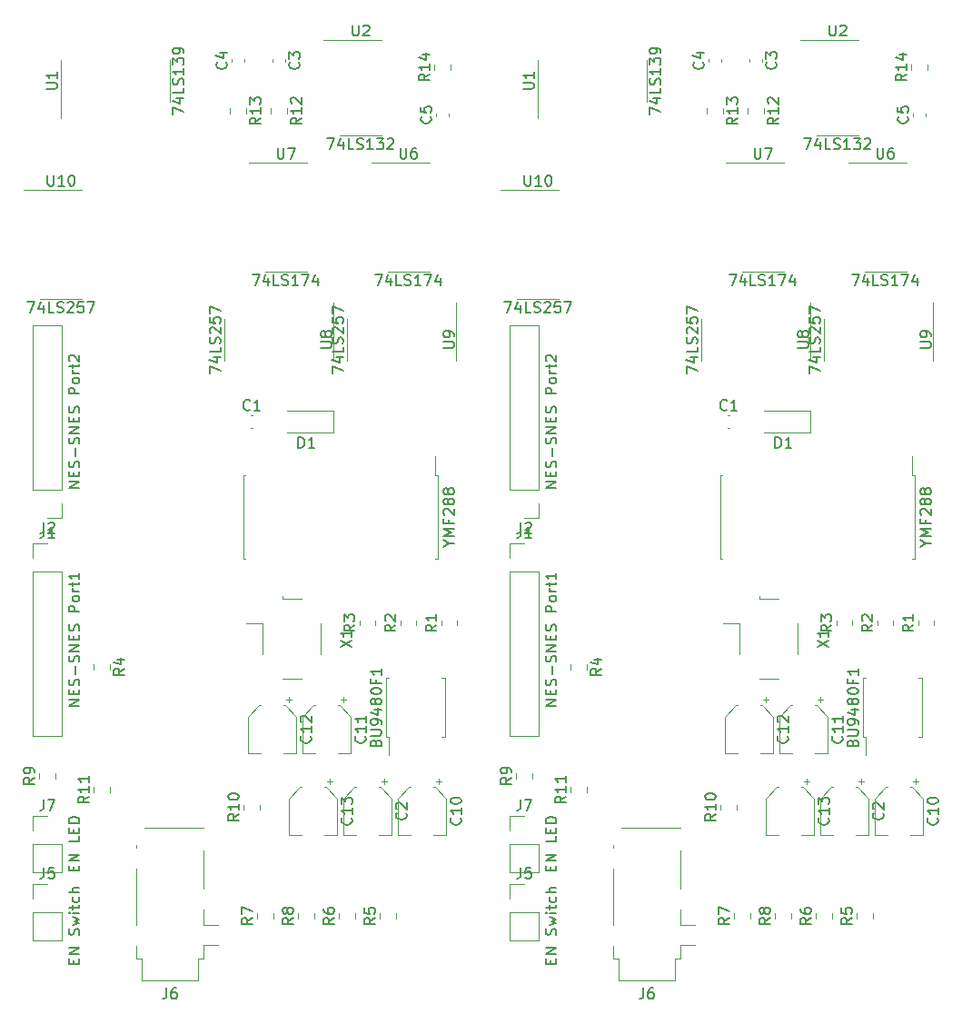
<source format=gbr>
%TF.GenerationSoftware,KiCad,Pcbnew,(5.1.8)-1*%
%TF.CreationDate,2021-03-08T12:32:49+01:00*%
%TF.ProjectId,Nes Sound Expansion,4e657320-536f-4756-9e64-20457870616e,rev?*%
%TF.SameCoordinates,Original*%
%TF.FileFunction,Legend,Top*%
%TF.FilePolarity,Positive*%
%FSLAX46Y46*%
G04 Gerber Fmt 4.6, Leading zero omitted, Abs format (unit mm)*
G04 Created by KiCad (PCBNEW (5.1.8)-1) date 2021-03-08 12:32:49*
%MOMM*%
%LPD*%
G01*
G04 APERTURE LIST*
%ADD10C,0.120000*%
%ADD11C,0.150000*%
G04 APERTURE END LIST*
D10*
%TO.C,YMF288*%
X90975000Y-86410000D02*
X90730000Y-86410000D01*
X90975000Y-82550000D02*
X90975000Y-86410000D01*
X72855000Y-82550000D02*
X72855000Y-78690000D01*
X90730000Y-78690000D02*
X90730000Y-76875000D01*
X72855000Y-82550000D02*
X72855000Y-86410000D01*
X90975000Y-78690000D02*
X90730000Y-78690000D01*
X72855000Y-78690000D02*
X73100000Y-78690000D01*
X90975000Y-82550000D02*
X90975000Y-78690000D01*
X72855000Y-86410000D02*
X73100000Y-86410000D01*
%TO.C,R7*%
X75665000Y-119962064D02*
X75665000Y-119507936D01*
X74195000Y-119962064D02*
X74195000Y-119507936D01*
%TO.C,R13*%
X71655000Y-44492936D02*
X71655000Y-44947064D01*
X73125000Y-44492936D02*
X73125000Y-44947064D01*
%TO.C,R9*%
X55345000Y-106907064D02*
X55345000Y-106452936D01*
X53875000Y-106907064D02*
X53875000Y-106452936D01*
%TO.C,R10*%
X74395000Y-109812064D02*
X74395000Y-109357936D01*
X72925000Y-109812064D02*
X72925000Y-109357936D01*
%TO.C,R14*%
X92175000Y-40867064D02*
X92175000Y-40412936D01*
X90705000Y-40867064D02*
X90705000Y-40412936D01*
%TO.C,R2*%
X89000000Y-92657064D02*
X89000000Y-92202936D01*
X87530000Y-92657064D02*
X87530000Y-92202936D01*
%TO.C,R12*%
X75465000Y-44492936D02*
X75465000Y-44947064D01*
X76935000Y-44492936D02*
X76935000Y-44947064D01*
%TO.C,R3*%
X85190000Y-92657064D02*
X85190000Y-92202936D01*
X83720000Y-92657064D02*
X83720000Y-92202936D01*
%TO.C,D1*%
X81290000Y-72660000D02*
X76990000Y-72660000D01*
X81290000Y-74660000D02*
X81290000Y-72660000D01*
X76990000Y-74660000D02*
X81290000Y-74660000D01*
%TO.C,R1*%
X92810000Y-92657064D02*
X92810000Y-92202936D01*
X91340000Y-92657064D02*
X91340000Y-92202936D01*
%TO.C,R11*%
X60425000Y-108177064D02*
X60425000Y-107722936D01*
X58955000Y-108177064D02*
X58955000Y-107722936D01*
%TO.C,R8*%
X79475000Y-119962064D02*
X79475000Y-119507936D01*
X78005000Y-119962064D02*
X78005000Y-119507936D01*
%TO.C,R5*%
X87095000Y-119962064D02*
X87095000Y-119507936D01*
X85625000Y-119962064D02*
X85625000Y-119507936D01*
%TO.C,C5*%
X92060000Y-45179469D02*
X92060000Y-44975531D01*
X90820000Y-45179469D02*
X90820000Y-44975531D01*
%TO.C,J6*%
X69140000Y-123740000D02*
X68640000Y-123740000D01*
X63440000Y-123740000D02*
X62940000Y-123740000D01*
X63440000Y-125740000D02*
X63440000Y-123740000D01*
X68640000Y-125740000D02*
X63440000Y-125740000D01*
X68640000Y-123740000D02*
X68640000Y-125740000D01*
X62940000Y-123740000D02*
X62940000Y-122540000D01*
X62940000Y-120590000D02*
X62940000Y-115340000D01*
X62940000Y-113390000D02*
X62940000Y-113090000D01*
X63690000Y-111540000D02*
X69140000Y-111540000D01*
X69140000Y-113590000D02*
X69140000Y-117190000D01*
X69140000Y-119090000D02*
X69140000Y-120590000D01*
X69140000Y-122440000D02*
X69140000Y-123740000D01*
X69140000Y-122440000D02*
X70490000Y-122440000D01*
X69140000Y-120590000D02*
X70490000Y-120590000D01*
%TO.C,C13*%
X81185000Y-107210000D02*
X80685000Y-107210000D01*
X80935000Y-106960000D02*
X80935000Y-107460000D01*
X78179437Y-107700000D02*
X77115000Y-108764437D01*
X80570563Y-107700000D02*
X81635000Y-108764437D01*
X80570563Y-107700000D02*
X80435000Y-107700000D01*
X78179437Y-107700000D02*
X78315000Y-107700000D01*
X77115000Y-108764437D02*
X77115000Y-112220000D01*
X81635000Y-108764437D02*
X81635000Y-112220000D01*
X81635000Y-112220000D02*
X80435000Y-112220000D01*
X77115000Y-112220000D02*
X78315000Y-112220000D01*
%TO.C,C11*%
X82455000Y-99590000D02*
X81955000Y-99590000D01*
X82205000Y-99340000D02*
X82205000Y-99840000D01*
X79449437Y-100080000D02*
X78385000Y-101144437D01*
X81840563Y-100080000D02*
X82905000Y-101144437D01*
X81840563Y-100080000D02*
X81705000Y-100080000D01*
X79449437Y-100080000D02*
X79585000Y-100080000D01*
X78385000Y-101144437D02*
X78385000Y-104600000D01*
X82905000Y-101144437D02*
X82905000Y-104600000D01*
X82905000Y-104600000D02*
X81705000Y-104600000D01*
X78385000Y-104600000D02*
X79585000Y-104600000D01*
%TO.C,R4*%
X58955000Y-96292936D02*
X58955000Y-96747064D01*
X60425000Y-96292936D02*
X60425000Y-96747064D01*
%TO.C,C4*%
X73010000Y-40114469D02*
X73010000Y-39910531D01*
X71770000Y-40114469D02*
X71770000Y-39910531D01*
%TO.C,C3*%
X75580000Y-39910531D02*
X75580000Y-40114469D01*
X76820000Y-39910531D02*
X76820000Y-40114469D01*
%TO.C,C1*%
X73566031Y-74280000D02*
X73769969Y-74280000D01*
X73566031Y-73040000D02*
X73769969Y-73040000D01*
%TO.C,C12*%
X77375000Y-99590000D02*
X76875000Y-99590000D01*
X77125000Y-99340000D02*
X77125000Y-99840000D01*
X74369437Y-100080000D02*
X73305000Y-101144437D01*
X76760563Y-100080000D02*
X77825000Y-101144437D01*
X76760563Y-100080000D02*
X76625000Y-100080000D01*
X74369437Y-100080000D02*
X74505000Y-100080000D01*
X73305000Y-101144437D02*
X73305000Y-104600000D01*
X77825000Y-101144437D02*
X77825000Y-104600000D01*
X77825000Y-104600000D02*
X76625000Y-104600000D01*
X73305000Y-104600000D02*
X74505000Y-104600000D01*
%TO.C,C10*%
X91345000Y-107210000D02*
X90845000Y-107210000D01*
X91095000Y-106960000D02*
X91095000Y-107460000D01*
X88339437Y-107700000D02*
X87275000Y-108764437D01*
X90730563Y-107700000D02*
X91795000Y-108764437D01*
X90730563Y-107700000D02*
X90595000Y-107700000D01*
X88339437Y-107700000D02*
X88475000Y-107700000D01*
X87275000Y-108764437D02*
X87275000Y-112220000D01*
X91795000Y-108764437D02*
X91795000Y-112220000D01*
X91795000Y-112220000D02*
X90595000Y-112220000D01*
X87275000Y-112220000D02*
X88475000Y-112220000D01*
%TO.C,C2*%
X86265000Y-107210000D02*
X85765000Y-107210000D01*
X86015000Y-106960000D02*
X86015000Y-107460000D01*
X83259437Y-107700000D02*
X82195000Y-108764437D01*
X85650563Y-107700000D02*
X86715000Y-108764437D01*
X85650563Y-107700000D02*
X85515000Y-107700000D01*
X83259437Y-107700000D02*
X83395000Y-107700000D01*
X82195000Y-108764437D02*
X82195000Y-112220000D01*
X86715000Y-108764437D02*
X86715000Y-112220000D01*
X86715000Y-112220000D02*
X85515000Y-112220000D01*
X82195000Y-112220000D02*
X83395000Y-112220000D01*
%TO.C,J1*%
X53280000Y-85030000D02*
X54610000Y-85030000D01*
X53280000Y-86360000D02*
X53280000Y-85030000D01*
X53280000Y-87630000D02*
X55940000Y-87630000D01*
X55940000Y-87630000D02*
X55940000Y-102930000D01*
X53280000Y-87630000D02*
X53280000Y-102930000D01*
X53280000Y-102930000D02*
X55940000Y-102930000D01*
%TO.C,U8*%
X81260000Y-66040000D02*
X81260000Y-62590000D01*
X81260000Y-66040000D02*
X81260000Y-67990000D01*
X71140000Y-66040000D02*
X71140000Y-64090000D01*
X71140000Y-66040000D02*
X71140000Y-67990000D01*
%TO.C,U2*%
X83820000Y-38110000D02*
X80370000Y-38110000D01*
X83820000Y-38110000D02*
X85770000Y-38110000D01*
X83820000Y-46980000D02*
X81870000Y-46980000D01*
X83820000Y-46980000D02*
X85770000Y-46980000D01*
%TO.C,U10*%
X55880000Y-52090000D02*
X52430000Y-52090000D01*
X55880000Y-52090000D02*
X57830000Y-52090000D01*
X55880000Y-62210000D02*
X53930000Y-62210000D01*
X55880000Y-62210000D02*
X57830000Y-62210000D01*
%TO.C,U1*%
X55900000Y-41910000D02*
X55900000Y-45360000D01*
X55900000Y-41910000D02*
X55900000Y-39960000D01*
X66020000Y-41910000D02*
X66020000Y-43860000D01*
X66020000Y-41910000D02*
X66020000Y-39960000D01*
%TO.C,BU9480F1*%
X86435000Y-103077500D02*
X86435000Y-104730000D01*
X86152500Y-103077500D02*
X86435000Y-103077500D01*
X86152500Y-100330000D02*
X86152500Y-103077500D01*
X86152500Y-97582500D02*
X86435000Y-97582500D01*
X86152500Y-100330000D02*
X86152500Y-97582500D01*
X91647500Y-103077500D02*
X91365000Y-103077500D01*
X91647500Y-100330000D02*
X91647500Y-103077500D01*
X91647500Y-97582500D02*
X91365000Y-97582500D01*
X91647500Y-100330000D02*
X91647500Y-97582500D01*
%TO.C,U9*%
X92690000Y-66040000D02*
X92690000Y-62590000D01*
X92690000Y-66040000D02*
X92690000Y-67990000D01*
X82570000Y-66040000D02*
X82570000Y-64090000D01*
X82570000Y-66040000D02*
X82570000Y-67990000D01*
%TO.C,U7*%
X76835000Y-49550000D02*
X73385000Y-49550000D01*
X76835000Y-49550000D02*
X78785000Y-49550000D01*
X76835000Y-59670000D02*
X74885000Y-59670000D01*
X76835000Y-59670000D02*
X78785000Y-59670000D01*
%TO.C,U6*%
X88265000Y-49550000D02*
X84815000Y-49550000D01*
X88265000Y-49550000D02*
X90215000Y-49550000D01*
X88265000Y-59670000D02*
X86315000Y-59670000D01*
X88265000Y-59670000D02*
X90215000Y-59670000D01*
%TO.C,J7*%
X53280000Y-110430000D02*
X54610000Y-110430000D01*
X53280000Y-111760000D02*
X53280000Y-110430000D01*
X53280000Y-113030000D02*
X55940000Y-113030000D01*
X55940000Y-113030000D02*
X55940000Y-115630000D01*
X53280000Y-113030000D02*
X53280000Y-115630000D01*
X53280000Y-115630000D02*
X55940000Y-115630000D01*
%TO.C,J2*%
X55940000Y-82610000D02*
X54610000Y-82610000D01*
X55940000Y-81280000D02*
X55940000Y-82610000D01*
X55940000Y-80010000D02*
X53280000Y-80010000D01*
X53280000Y-80010000D02*
X53280000Y-64710000D01*
X55940000Y-80010000D02*
X55940000Y-64710000D01*
X55940000Y-64710000D02*
X53280000Y-64710000D01*
%TO.C,J5*%
X53280000Y-116780000D02*
X54610000Y-116780000D01*
X53280000Y-118110000D02*
X53280000Y-116780000D01*
X53280000Y-119380000D02*
X55940000Y-119380000D01*
X55940000Y-119380000D02*
X55940000Y-121980000D01*
X53280000Y-119380000D02*
X53280000Y-121980000D01*
X53280000Y-121980000D02*
X55940000Y-121980000D01*
%TO.C,X1*%
X74710000Y-92450000D02*
X73110000Y-92450000D01*
X74710000Y-95330000D02*
X74710000Y-92450000D01*
X80110000Y-92450000D02*
X80110000Y-95330000D01*
X78310000Y-97590000D02*
X76510000Y-97590000D01*
X76510000Y-90190000D02*
X78310000Y-90190000D01*
X76510000Y-89950000D02*
X76510000Y-90190000D01*
%TO.C,R6*%
X83285000Y-119962064D02*
X83285000Y-119507936D01*
X81815000Y-119962064D02*
X81815000Y-119507936D01*
%TO.C,YMF288*%
X135425000Y-86410000D02*
X135180000Y-86410000D01*
X135425000Y-82550000D02*
X135425000Y-86410000D01*
X117305000Y-82550000D02*
X117305000Y-78690000D01*
X135180000Y-78690000D02*
X135180000Y-76875000D01*
X117305000Y-82550000D02*
X117305000Y-86410000D01*
X135425000Y-78690000D02*
X135180000Y-78690000D01*
X117305000Y-78690000D02*
X117550000Y-78690000D01*
X135425000Y-82550000D02*
X135425000Y-78690000D01*
X117305000Y-86410000D02*
X117550000Y-86410000D01*
%TO.C,X1*%
X119160000Y-92450000D02*
X117560000Y-92450000D01*
X119160000Y-95330000D02*
X119160000Y-92450000D01*
X124560000Y-92450000D02*
X124560000Y-95330000D01*
X122760000Y-97590000D02*
X120960000Y-97590000D01*
X120960000Y-90190000D02*
X122760000Y-90190000D01*
X120960000Y-89950000D02*
X120960000Y-90190000D01*
%TO.C,D1*%
X125740000Y-72660000D02*
X121440000Y-72660000D01*
X125740000Y-74660000D02*
X125740000Y-72660000D01*
X121440000Y-74660000D02*
X125740000Y-74660000D01*
%TO.C,R3*%
X129640000Y-92657064D02*
X129640000Y-92202936D01*
X128170000Y-92657064D02*
X128170000Y-92202936D01*
%TO.C,R2*%
X133450000Y-92657064D02*
X133450000Y-92202936D01*
X131980000Y-92657064D02*
X131980000Y-92202936D01*
%TO.C,R1*%
X137260000Y-92657064D02*
X137260000Y-92202936D01*
X135790000Y-92657064D02*
X135790000Y-92202936D01*
%TO.C,R14*%
X136625000Y-40867064D02*
X136625000Y-40412936D01*
X135155000Y-40867064D02*
X135155000Y-40412936D01*
%TO.C,R13*%
X116105000Y-44492936D02*
X116105000Y-44947064D01*
X117575000Y-44492936D02*
X117575000Y-44947064D01*
%TO.C,R12*%
X119915000Y-44492936D02*
X119915000Y-44947064D01*
X121385000Y-44492936D02*
X121385000Y-44947064D01*
%TO.C,R11*%
X104875000Y-108177064D02*
X104875000Y-107722936D01*
X103405000Y-108177064D02*
X103405000Y-107722936D01*
%TO.C,R10*%
X118845000Y-109812064D02*
X118845000Y-109357936D01*
X117375000Y-109812064D02*
X117375000Y-109357936D01*
%TO.C,R9*%
X99795000Y-106907064D02*
X99795000Y-106452936D01*
X98325000Y-106907064D02*
X98325000Y-106452936D01*
%TO.C,R8*%
X123925000Y-119962064D02*
X123925000Y-119507936D01*
X122455000Y-119962064D02*
X122455000Y-119507936D01*
%TO.C,R7*%
X120115000Y-119962064D02*
X120115000Y-119507936D01*
X118645000Y-119962064D02*
X118645000Y-119507936D01*
%TO.C,R6*%
X127735000Y-119962064D02*
X127735000Y-119507936D01*
X126265000Y-119962064D02*
X126265000Y-119507936D01*
%TO.C,R5*%
X131545000Y-119962064D02*
X131545000Y-119507936D01*
X130075000Y-119962064D02*
X130075000Y-119507936D01*
%TO.C,R4*%
X103405000Y-96292936D02*
X103405000Y-96747064D01*
X104875000Y-96292936D02*
X104875000Y-96747064D01*
%TO.C,C5*%
X136510000Y-45179469D02*
X136510000Y-44975531D01*
X135270000Y-45179469D02*
X135270000Y-44975531D01*
%TO.C,C4*%
X117460000Y-40114469D02*
X117460000Y-39910531D01*
X116220000Y-40114469D02*
X116220000Y-39910531D01*
%TO.C,C3*%
X120030000Y-39910531D02*
X120030000Y-40114469D01*
X121270000Y-39910531D02*
X121270000Y-40114469D01*
%TO.C,C1*%
X118016031Y-74280000D02*
X118219969Y-74280000D01*
X118016031Y-73040000D02*
X118219969Y-73040000D01*
%TO.C,C13*%
X125635000Y-107210000D02*
X125135000Y-107210000D01*
X125385000Y-106960000D02*
X125385000Y-107460000D01*
X122629437Y-107700000D02*
X121565000Y-108764437D01*
X125020563Y-107700000D02*
X126085000Y-108764437D01*
X125020563Y-107700000D02*
X124885000Y-107700000D01*
X122629437Y-107700000D02*
X122765000Y-107700000D01*
X121565000Y-108764437D02*
X121565000Y-112220000D01*
X126085000Y-108764437D02*
X126085000Y-112220000D01*
X126085000Y-112220000D02*
X124885000Y-112220000D01*
X121565000Y-112220000D02*
X122765000Y-112220000D01*
%TO.C,C12*%
X121825000Y-99590000D02*
X121325000Y-99590000D01*
X121575000Y-99340000D02*
X121575000Y-99840000D01*
X118819437Y-100080000D02*
X117755000Y-101144437D01*
X121210563Y-100080000D02*
X122275000Y-101144437D01*
X121210563Y-100080000D02*
X121075000Y-100080000D01*
X118819437Y-100080000D02*
X118955000Y-100080000D01*
X117755000Y-101144437D02*
X117755000Y-104600000D01*
X122275000Y-101144437D02*
X122275000Y-104600000D01*
X122275000Y-104600000D02*
X121075000Y-104600000D01*
X117755000Y-104600000D02*
X118955000Y-104600000D01*
%TO.C,C11*%
X126905000Y-99590000D02*
X126405000Y-99590000D01*
X126655000Y-99340000D02*
X126655000Y-99840000D01*
X123899437Y-100080000D02*
X122835000Y-101144437D01*
X126290563Y-100080000D02*
X127355000Y-101144437D01*
X126290563Y-100080000D02*
X126155000Y-100080000D01*
X123899437Y-100080000D02*
X124035000Y-100080000D01*
X122835000Y-101144437D02*
X122835000Y-104600000D01*
X127355000Y-101144437D02*
X127355000Y-104600000D01*
X127355000Y-104600000D02*
X126155000Y-104600000D01*
X122835000Y-104600000D02*
X124035000Y-104600000D01*
%TO.C,C10*%
X135795000Y-107210000D02*
X135295000Y-107210000D01*
X135545000Y-106960000D02*
X135545000Y-107460000D01*
X132789437Y-107700000D02*
X131725000Y-108764437D01*
X135180563Y-107700000D02*
X136245000Y-108764437D01*
X135180563Y-107700000D02*
X135045000Y-107700000D01*
X132789437Y-107700000D02*
X132925000Y-107700000D01*
X131725000Y-108764437D02*
X131725000Y-112220000D01*
X136245000Y-108764437D02*
X136245000Y-112220000D01*
X136245000Y-112220000D02*
X135045000Y-112220000D01*
X131725000Y-112220000D02*
X132925000Y-112220000D01*
%TO.C,C2*%
X130715000Y-107210000D02*
X130215000Y-107210000D01*
X130465000Y-106960000D02*
X130465000Y-107460000D01*
X127709437Y-107700000D02*
X126645000Y-108764437D01*
X130100563Y-107700000D02*
X131165000Y-108764437D01*
X130100563Y-107700000D02*
X129965000Y-107700000D01*
X127709437Y-107700000D02*
X127845000Y-107700000D01*
X126645000Y-108764437D02*
X126645000Y-112220000D01*
X131165000Y-108764437D02*
X131165000Y-112220000D01*
X131165000Y-112220000D02*
X129965000Y-112220000D01*
X126645000Y-112220000D02*
X127845000Y-112220000D01*
%TO.C,J6*%
X113590000Y-123740000D02*
X113090000Y-123740000D01*
X107890000Y-123740000D02*
X107390000Y-123740000D01*
X107890000Y-125740000D02*
X107890000Y-123740000D01*
X113090000Y-125740000D02*
X107890000Y-125740000D01*
X113090000Y-123740000D02*
X113090000Y-125740000D01*
X107390000Y-123740000D02*
X107390000Y-122540000D01*
X107390000Y-120590000D02*
X107390000Y-115340000D01*
X107390000Y-113390000D02*
X107390000Y-113090000D01*
X108140000Y-111540000D02*
X113590000Y-111540000D01*
X113590000Y-113590000D02*
X113590000Y-117190000D01*
X113590000Y-119090000D02*
X113590000Y-120590000D01*
X113590000Y-122440000D02*
X113590000Y-123740000D01*
X113590000Y-122440000D02*
X114940000Y-122440000D01*
X113590000Y-120590000D02*
X114940000Y-120590000D01*
%TO.C,J2*%
X100390000Y-82610000D02*
X99060000Y-82610000D01*
X100390000Y-81280000D02*
X100390000Y-82610000D01*
X100390000Y-80010000D02*
X97730000Y-80010000D01*
X97730000Y-80010000D02*
X97730000Y-64710000D01*
X100390000Y-80010000D02*
X100390000Y-64710000D01*
X100390000Y-64710000D02*
X97730000Y-64710000D01*
%TO.C,J1*%
X97730000Y-85030000D02*
X99060000Y-85030000D01*
X97730000Y-86360000D02*
X97730000Y-85030000D01*
X97730000Y-87630000D02*
X100390000Y-87630000D01*
X100390000Y-87630000D02*
X100390000Y-102930000D01*
X97730000Y-87630000D02*
X97730000Y-102930000D01*
X97730000Y-102930000D02*
X100390000Y-102930000D01*
%TO.C,U2*%
X128270000Y-38110000D02*
X124820000Y-38110000D01*
X128270000Y-38110000D02*
X130220000Y-38110000D01*
X128270000Y-46980000D02*
X126320000Y-46980000D01*
X128270000Y-46980000D02*
X130220000Y-46980000D01*
%TO.C,BU9480F1*%
X130885000Y-103077500D02*
X130885000Y-104730000D01*
X130602500Y-103077500D02*
X130885000Y-103077500D01*
X130602500Y-100330000D02*
X130602500Y-103077500D01*
X130602500Y-97582500D02*
X130885000Y-97582500D01*
X130602500Y-100330000D02*
X130602500Y-97582500D01*
X136097500Y-103077500D02*
X135815000Y-103077500D01*
X136097500Y-100330000D02*
X136097500Y-103077500D01*
X136097500Y-97582500D02*
X135815000Y-97582500D01*
X136097500Y-100330000D02*
X136097500Y-97582500D01*
%TO.C,U1*%
X100350000Y-41910000D02*
X100350000Y-45360000D01*
X100350000Y-41910000D02*
X100350000Y-39960000D01*
X110470000Y-41910000D02*
X110470000Y-43860000D01*
X110470000Y-41910000D02*
X110470000Y-39960000D01*
%TO.C,U10*%
X100330000Y-52090000D02*
X96880000Y-52090000D01*
X100330000Y-52090000D02*
X102280000Y-52090000D01*
X100330000Y-62210000D02*
X98380000Y-62210000D01*
X100330000Y-62210000D02*
X102280000Y-62210000D01*
%TO.C,U9*%
X137140000Y-66040000D02*
X137140000Y-62590000D01*
X137140000Y-66040000D02*
X137140000Y-67990000D01*
X127020000Y-66040000D02*
X127020000Y-64090000D01*
X127020000Y-66040000D02*
X127020000Y-67990000D01*
%TO.C,U8*%
X125710000Y-66040000D02*
X125710000Y-62590000D01*
X125710000Y-66040000D02*
X125710000Y-67990000D01*
X115590000Y-66040000D02*
X115590000Y-64090000D01*
X115590000Y-66040000D02*
X115590000Y-67990000D01*
%TO.C,U7*%
X121285000Y-49550000D02*
X117835000Y-49550000D01*
X121285000Y-49550000D02*
X123235000Y-49550000D01*
X121285000Y-59670000D02*
X119335000Y-59670000D01*
X121285000Y-59670000D02*
X123235000Y-59670000D01*
%TO.C,U6*%
X132715000Y-49550000D02*
X129265000Y-49550000D01*
X132715000Y-49550000D02*
X134665000Y-49550000D01*
X132715000Y-59670000D02*
X130765000Y-59670000D01*
X132715000Y-59670000D02*
X134665000Y-59670000D01*
%TO.C,J7*%
X97730000Y-110430000D02*
X99060000Y-110430000D01*
X97730000Y-111760000D02*
X97730000Y-110430000D01*
X97730000Y-113030000D02*
X100390000Y-113030000D01*
X100390000Y-113030000D02*
X100390000Y-115630000D01*
X97730000Y-113030000D02*
X97730000Y-115630000D01*
X97730000Y-115630000D02*
X100390000Y-115630000D01*
%TO.C,J5*%
X97730000Y-116780000D02*
X99060000Y-116780000D01*
X97730000Y-118110000D02*
X97730000Y-116780000D01*
X97730000Y-119380000D02*
X100390000Y-119380000D01*
X100390000Y-119380000D02*
X100390000Y-121980000D01*
X97730000Y-119380000D02*
X97730000Y-121980000D01*
X97730000Y-121980000D02*
X100390000Y-121980000D01*
%TO.C,YMF288*%
D11*
X92051190Y-84978571D02*
X92527380Y-84978571D01*
X91527380Y-85311904D02*
X92051190Y-84978571D01*
X91527380Y-84645238D01*
X92527380Y-84311904D02*
X91527380Y-84311904D01*
X92241666Y-83978571D01*
X91527380Y-83645238D01*
X92527380Y-83645238D01*
X92003571Y-82835714D02*
X92003571Y-83169047D01*
X92527380Y-83169047D02*
X91527380Y-83169047D01*
X91527380Y-82692857D01*
X91622619Y-82359523D02*
X91575000Y-82311904D01*
X91527380Y-82216666D01*
X91527380Y-81978571D01*
X91575000Y-81883333D01*
X91622619Y-81835714D01*
X91717857Y-81788095D01*
X91813095Y-81788095D01*
X91955952Y-81835714D01*
X92527380Y-82407142D01*
X92527380Y-81788095D01*
X91955952Y-81216666D02*
X91908333Y-81311904D01*
X91860714Y-81359523D01*
X91765476Y-81407142D01*
X91717857Y-81407142D01*
X91622619Y-81359523D01*
X91575000Y-81311904D01*
X91527380Y-81216666D01*
X91527380Y-81026190D01*
X91575000Y-80930952D01*
X91622619Y-80883333D01*
X91717857Y-80835714D01*
X91765476Y-80835714D01*
X91860714Y-80883333D01*
X91908333Y-80930952D01*
X91955952Y-81026190D01*
X91955952Y-81216666D01*
X92003571Y-81311904D01*
X92051190Y-81359523D01*
X92146428Y-81407142D01*
X92336904Y-81407142D01*
X92432142Y-81359523D01*
X92479761Y-81311904D01*
X92527380Y-81216666D01*
X92527380Y-81026190D01*
X92479761Y-80930952D01*
X92432142Y-80883333D01*
X92336904Y-80835714D01*
X92146428Y-80835714D01*
X92051190Y-80883333D01*
X92003571Y-80930952D01*
X91955952Y-81026190D01*
X91955952Y-80264285D02*
X91908333Y-80359523D01*
X91860714Y-80407142D01*
X91765476Y-80454761D01*
X91717857Y-80454761D01*
X91622619Y-80407142D01*
X91575000Y-80359523D01*
X91527380Y-80264285D01*
X91527380Y-80073809D01*
X91575000Y-79978571D01*
X91622619Y-79930952D01*
X91717857Y-79883333D01*
X91765476Y-79883333D01*
X91860714Y-79930952D01*
X91908333Y-79978571D01*
X91955952Y-80073809D01*
X91955952Y-80264285D01*
X92003571Y-80359523D01*
X92051190Y-80407142D01*
X92146428Y-80454761D01*
X92336904Y-80454761D01*
X92432142Y-80407142D01*
X92479761Y-80359523D01*
X92527380Y-80264285D01*
X92527380Y-80073809D01*
X92479761Y-79978571D01*
X92432142Y-79930952D01*
X92336904Y-79883333D01*
X92146428Y-79883333D01*
X92051190Y-79930952D01*
X92003571Y-79978571D01*
X91955952Y-80073809D01*
%TO.C,R7*%
X73732380Y-119901666D02*
X73256190Y-120235000D01*
X73732380Y-120473095D02*
X72732380Y-120473095D01*
X72732380Y-120092142D01*
X72780000Y-119996904D01*
X72827619Y-119949285D01*
X72922857Y-119901666D01*
X73065714Y-119901666D01*
X73160952Y-119949285D01*
X73208571Y-119996904D01*
X73256190Y-120092142D01*
X73256190Y-120473095D01*
X72732380Y-119568333D02*
X72732380Y-118901666D01*
X73732380Y-119330238D01*
%TO.C,R13*%
X74492380Y-45362857D02*
X74016190Y-45696190D01*
X74492380Y-45934285D02*
X73492380Y-45934285D01*
X73492380Y-45553333D01*
X73540000Y-45458095D01*
X73587619Y-45410476D01*
X73682857Y-45362857D01*
X73825714Y-45362857D01*
X73920952Y-45410476D01*
X73968571Y-45458095D01*
X74016190Y-45553333D01*
X74016190Y-45934285D01*
X74492380Y-44410476D02*
X74492380Y-44981904D01*
X74492380Y-44696190D02*
X73492380Y-44696190D01*
X73635238Y-44791428D01*
X73730476Y-44886666D01*
X73778095Y-44981904D01*
X73492380Y-44077142D02*
X73492380Y-43458095D01*
X73873333Y-43791428D01*
X73873333Y-43648571D01*
X73920952Y-43553333D01*
X73968571Y-43505714D01*
X74063809Y-43458095D01*
X74301904Y-43458095D01*
X74397142Y-43505714D01*
X74444761Y-43553333D01*
X74492380Y-43648571D01*
X74492380Y-43934285D01*
X74444761Y-44029523D01*
X74397142Y-44077142D01*
%TO.C,R9*%
X53412380Y-106846666D02*
X52936190Y-107180000D01*
X53412380Y-107418095D02*
X52412380Y-107418095D01*
X52412380Y-107037142D01*
X52460000Y-106941904D01*
X52507619Y-106894285D01*
X52602857Y-106846666D01*
X52745714Y-106846666D01*
X52840952Y-106894285D01*
X52888571Y-106941904D01*
X52936190Y-107037142D01*
X52936190Y-107418095D01*
X53412380Y-106370476D02*
X53412380Y-106180000D01*
X53364761Y-106084761D01*
X53317142Y-106037142D01*
X53174285Y-105941904D01*
X52983809Y-105894285D01*
X52602857Y-105894285D01*
X52507619Y-105941904D01*
X52460000Y-105989523D01*
X52412380Y-106084761D01*
X52412380Y-106275238D01*
X52460000Y-106370476D01*
X52507619Y-106418095D01*
X52602857Y-106465714D01*
X52840952Y-106465714D01*
X52936190Y-106418095D01*
X52983809Y-106370476D01*
X53031428Y-106275238D01*
X53031428Y-106084761D01*
X52983809Y-105989523D01*
X52936190Y-105941904D01*
X52840952Y-105894285D01*
%TO.C,R10*%
X72462380Y-110227857D02*
X71986190Y-110561190D01*
X72462380Y-110799285D02*
X71462380Y-110799285D01*
X71462380Y-110418333D01*
X71510000Y-110323095D01*
X71557619Y-110275476D01*
X71652857Y-110227857D01*
X71795714Y-110227857D01*
X71890952Y-110275476D01*
X71938571Y-110323095D01*
X71986190Y-110418333D01*
X71986190Y-110799285D01*
X72462380Y-109275476D02*
X72462380Y-109846904D01*
X72462380Y-109561190D02*
X71462380Y-109561190D01*
X71605238Y-109656428D01*
X71700476Y-109751666D01*
X71748095Y-109846904D01*
X71462380Y-108656428D02*
X71462380Y-108561190D01*
X71510000Y-108465952D01*
X71557619Y-108418333D01*
X71652857Y-108370714D01*
X71843333Y-108323095D01*
X72081428Y-108323095D01*
X72271904Y-108370714D01*
X72367142Y-108418333D01*
X72414761Y-108465952D01*
X72462380Y-108561190D01*
X72462380Y-108656428D01*
X72414761Y-108751666D01*
X72367142Y-108799285D01*
X72271904Y-108846904D01*
X72081428Y-108894523D01*
X71843333Y-108894523D01*
X71652857Y-108846904D01*
X71557619Y-108799285D01*
X71510000Y-108751666D01*
X71462380Y-108656428D01*
%TO.C,R14*%
X90242380Y-41282857D02*
X89766190Y-41616190D01*
X90242380Y-41854285D02*
X89242380Y-41854285D01*
X89242380Y-41473333D01*
X89290000Y-41378095D01*
X89337619Y-41330476D01*
X89432857Y-41282857D01*
X89575714Y-41282857D01*
X89670952Y-41330476D01*
X89718571Y-41378095D01*
X89766190Y-41473333D01*
X89766190Y-41854285D01*
X90242380Y-40330476D02*
X90242380Y-40901904D01*
X90242380Y-40616190D02*
X89242380Y-40616190D01*
X89385238Y-40711428D01*
X89480476Y-40806666D01*
X89528095Y-40901904D01*
X89575714Y-39473333D02*
X90242380Y-39473333D01*
X89194761Y-39711428D02*
X89909047Y-39949523D01*
X89909047Y-39330476D01*
%TO.C,R2*%
X87067380Y-92596666D02*
X86591190Y-92930000D01*
X87067380Y-93168095D02*
X86067380Y-93168095D01*
X86067380Y-92787142D01*
X86115000Y-92691904D01*
X86162619Y-92644285D01*
X86257857Y-92596666D01*
X86400714Y-92596666D01*
X86495952Y-92644285D01*
X86543571Y-92691904D01*
X86591190Y-92787142D01*
X86591190Y-93168095D01*
X86162619Y-92215714D02*
X86115000Y-92168095D01*
X86067380Y-92072857D01*
X86067380Y-91834761D01*
X86115000Y-91739523D01*
X86162619Y-91691904D01*
X86257857Y-91644285D01*
X86353095Y-91644285D01*
X86495952Y-91691904D01*
X87067380Y-92263333D01*
X87067380Y-91644285D01*
%TO.C,R12*%
X78302380Y-45362857D02*
X77826190Y-45696190D01*
X78302380Y-45934285D02*
X77302380Y-45934285D01*
X77302380Y-45553333D01*
X77350000Y-45458095D01*
X77397619Y-45410476D01*
X77492857Y-45362857D01*
X77635714Y-45362857D01*
X77730952Y-45410476D01*
X77778571Y-45458095D01*
X77826190Y-45553333D01*
X77826190Y-45934285D01*
X78302380Y-44410476D02*
X78302380Y-44981904D01*
X78302380Y-44696190D02*
X77302380Y-44696190D01*
X77445238Y-44791428D01*
X77540476Y-44886666D01*
X77588095Y-44981904D01*
X77397619Y-44029523D02*
X77350000Y-43981904D01*
X77302380Y-43886666D01*
X77302380Y-43648571D01*
X77350000Y-43553333D01*
X77397619Y-43505714D01*
X77492857Y-43458095D01*
X77588095Y-43458095D01*
X77730952Y-43505714D01*
X78302380Y-44077142D01*
X78302380Y-43458095D01*
%TO.C,R3*%
X83257380Y-92596666D02*
X82781190Y-92930000D01*
X83257380Y-93168095D02*
X82257380Y-93168095D01*
X82257380Y-92787142D01*
X82305000Y-92691904D01*
X82352619Y-92644285D01*
X82447857Y-92596666D01*
X82590714Y-92596666D01*
X82685952Y-92644285D01*
X82733571Y-92691904D01*
X82781190Y-92787142D01*
X82781190Y-93168095D01*
X82257380Y-92263333D02*
X82257380Y-91644285D01*
X82638333Y-91977619D01*
X82638333Y-91834761D01*
X82685952Y-91739523D01*
X82733571Y-91691904D01*
X82828809Y-91644285D01*
X83066904Y-91644285D01*
X83162142Y-91691904D01*
X83209761Y-91739523D01*
X83257380Y-91834761D01*
X83257380Y-92120476D01*
X83209761Y-92215714D01*
X83162142Y-92263333D01*
%TO.C,D1*%
X78001904Y-76112380D02*
X78001904Y-75112380D01*
X78240000Y-75112380D01*
X78382857Y-75160000D01*
X78478095Y-75255238D01*
X78525714Y-75350476D01*
X78573333Y-75540952D01*
X78573333Y-75683809D01*
X78525714Y-75874285D01*
X78478095Y-75969523D01*
X78382857Y-76064761D01*
X78240000Y-76112380D01*
X78001904Y-76112380D01*
X79525714Y-76112380D02*
X78954285Y-76112380D01*
X79240000Y-76112380D02*
X79240000Y-75112380D01*
X79144761Y-75255238D01*
X79049523Y-75350476D01*
X78954285Y-75398095D01*
%TO.C,R1*%
X90877380Y-92596666D02*
X90401190Y-92930000D01*
X90877380Y-93168095D02*
X89877380Y-93168095D01*
X89877380Y-92787142D01*
X89925000Y-92691904D01*
X89972619Y-92644285D01*
X90067857Y-92596666D01*
X90210714Y-92596666D01*
X90305952Y-92644285D01*
X90353571Y-92691904D01*
X90401190Y-92787142D01*
X90401190Y-93168095D01*
X90877380Y-91644285D02*
X90877380Y-92215714D01*
X90877380Y-91930000D02*
X89877380Y-91930000D01*
X90020238Y-92025238D01*
X90115476Y-92120476D01*
X90163095Y-92215714D01*
%TO.C,R11*%
X58492380Y-108592857D02*
X58016190Y-108926190D01*
X58492380Y-109164285D02*
X57492380Y-109164285D01*
X57492380Y-108783333D01*
X57540000Y-108688095D01*
X57587619Y-108640476D01*
X57682857Y-108592857D01*
X57825714Y-108592857D01*
X57920952Y-108640476D01*
X57968571Y-108688095D01*
X58016190Y-108783333D01*
X58016190Y-109164285D01*
X58492380Y-107640476D02*
X58492380Y-108211904D01*
X58492380Y-107926190D02*
X57492380Y-107926190D01*
X57635238Y-108021428D01*
X57730476Y-108116666D01*
X57778095Y-108211904D01*
X58492380Y-106688095D02*
X58492380Y-107259523D01*
X58492380Y-106973809D02*
X57492380Y-106973809D01*
X57635238Y-107069047D01*
X57730476Y-107164285D01*
X57778095Y-107259523D01*
%TO.C,R8*%
X77542380Y-119901666D02*
X77066190Y-120235000D01*
X77542380Y-120473095D02*
X76542380Y-120473095D01*
X76542380Y-120092142D01*
X76590000Y-119996904D01*
X76637619Y-119949285D01*
X76732857Y-119901666D01*
X76875714Y-119901666D01*
X76970952Y-119949285D01*
X77018571Y-119996904D01*
X77066190Y-120092142D01*
X77066190Y-120473095D01*
X76970952Y-119330238D02*
X76923333Y-119425476D01*
X76875714Y-119473095D01*
X76780476Y-119520714D01*
X76732857Y-119520714D01*
X76637619Y-119473095D01*
X76590000Y-119425476D01*
X76542380Y-119330238D01*
X76542380Y-119139761D01*
X76590000Y-119044523D01*
X76637619Y-118996904D01*
X76732857Y-118949285D01*
X76780476Y-118949285D01*
X76875714Y-118996904D01*
X76923333Y-119044523D01*
X76970952Y-119139761D01*
X76970952Y-119330238D01*
X77018571Y-119425476D01*
X77066190Y-119473095D01*
X77161428Y-119520714D01*
X77351904Y-119520714D01*
X77447142Y-119473095D01*
X77494761Y-119425476D01*
X77542380Y-119330238D01*
X77542380Y-119139761D01*
X77494761Y-119044523D01*
X77447142Y-118996904D01*
X77351904Y-118949285D01*
X77161428Y-118949285D01*
X77066190Y-118996904D01*
X77018571Y-119044523D01*
X76970952Y-119139761D01*
%TO.C,R5*%
X85162380Y-119901666D02*
X84686190Y-120235000D01*
X85162380Y-120473095D02*
X84162380Y-120473095D01*
X84162380Y-120092142D01*
X84210000Y-119996904D01*
X84257619Y-119949285D01*
X84352857Y-119901666D01*
X84495714Y-119901666D01*
X84590952Y-119949285D01*
X84638571Y-119996904D01*
X84686190Y-120092142D01*
X84686190Y-120473095D01*
X84162380Y-118996904D02*
X84162380Y-119473095D01*
X84638571Y-119520714D01*
X84590952Y-119473095D01*
X84543333Y-119377857D01*
X84543333Y-119139761D01*
X84590952Y-119044523D01*
X84638571Y-118996904D01*
X84733809Y-118949285D01*
X84971904Y-118949285D01*
X85067142Y-118996904D01*
X85114761Y-119044523D01*
X85162380Y-119139761D01*
X85162380Y-119377857D01*
X85114761Y-119473095D01*
X85067142Y-119520714D01*
%TO.C,C5*%
X90307142Y-45244166D02*
X90354761Y-45291785D01*
X90402380Y-45434642D01*
X90402380Y-45529880D01*
X90354761Y-45672738D01*
X90259523Y-45767976D01*
X90164285Y-45815595D01*
X89973809Y-45863214D01*
X89830952Y-45863214D01*
X89640476Y-45815595D01*
X89545238Y-45767976D01*
X89450000Y-45672738D01*
X89402380Y-45529880D01*
X89402380Y-45434642D01*
X89450000Y-45291785D01*
X89497619Y-45244166D01*
X89402380Y-44339404D02*
X89402380Y-44815595D01*
X89878571Y-44863214D01*
X89830952Y-44815595D01*
X89783333Y-44720357D01*
X89783333Y-44482261D01*
X89830952Y-44387023D01*
X89878571Y-44339404D01*
X89973809Y-44291785D01*
X90211904Y-44291785D01*
X90307142Y-44339404D01*
X90354761Y-44387023D01*
X90402380Y-44482261D01*
X90402380Y-44720357D01*
X90354761Y-44815595D01*
X90307142Y-44863214D01*
%TO.C,J6*%
X65706666Y-126452380D02*
X65706666Y-127166666D01*
X65659047Y-127309523D01*
X65563809Y-127404761D01*
X65420952Y-127452380D01*
X65325714Y-127452380D01*
X66611428Y-126452380D02*
X66420952Y-126452380D01*
X66325714Y-126500000D01*
X66278095Y-126547619D01*
X66182857Y-126690476D01*
X66135238Y-126880952D01*
X66135238Y-127261904D01*
X66182857Y-127357142D01*
X66230476Y-127404761D01*
X66325714Y-127452380D01*
X66516190Y-127452380D01*
X66611428Y-127404761D01*
X66659047Y-127357142D01*
X66706666Y-127261904D01*
X66706666Y-127023809D01*
X66659047Y-126928571D01*
X66611428Y-126880952D01*
X66516190Y-126833333D01*
X66325714Y-126833333D01*
X66230476Y-126880952D01*
X66182857Y-126928571D01*
X66135238Y-127023809D01*
%TO.C,C13*%
X82932142Y-110602857D02*
X82979761Y-110650476D01*
X83027380Y-110793333D01*
X83027380Y-110888571D01*
X82979761Y-111031428D01*
X82884523Y-111126666D01*
X82789285Y-111174285D01*
X82598809Y-111221904D01*
X82455952Y-111221904D01*
X82265476Y-111174285D01*
X82170238Y-111126666D01*
X82075000Y-111031428D01*
X82027380Y-110888571D01*
X82027380Y-110793333D01*
X82075000Y-110650476D01*
X82122619Y-110602857D01*
X83027380Y-109650476D02*
X83027380Y-110221904D01*
X83027380Y-109936190D02*
X82027380Y-109936190D01*
X82170238Y-110031428D01*
X82265476Y-110126666D01*
X82313095Y-110221904D01*
X82027380Y-109317142D02*
X82027380Y-108698095D01*
X82408333Y-109031428D01*
X82408333Y-108888571D01*
X82455952Y-108793333D01*
X82503571Y-108745714D01*
X82598809Y-108698095D01*
X82836904Y-108698095D01*
X82932142Y-108745714D01*
X82979761Y-108793333D01*
X83027380Y-108888571D01*
X83027380Y-109174285D01*
X82979761Y-109269523D01*
X82932142Y-109317142D01*
%TO.C,C11*%
X84202142Y-102982857D02*
X84249761Y-103030476D01*
X84297380Y-103173333D01*
X84297380Y-103268571D01*
X84249761Y-103411428D01*
X84154523Y-103506666D01*
X84059285Y-103554285D01*
X83868809Y-103601904D01*
X83725952Y-103601904D01*
X83535476Y-103554285D01*
X83440238Y-103506666D01*
X83345000Y-103411428D01*
X83297380Y-103268571D01*
X83297380Y-103173333D01*
X83345000Y-103030476D01*
X83392619Y-102982857D01*
X84297380Y-102030476D02*
X84297380Y-102601904D01*
X84297380Y-102316190D02*
X83297380Y-102316190D01*
X83440238Y-102411428D01*
X83535476Y-102506666D01*
X83583095Y-102601904D01*
X84297380Y-101078095D02*
X84297380Y-101649523D01*
X84297380Y-101363809D02*
X83297380Y-101363809D01*
X83440238Y-101459047D01*
X83535476Y-101554285D01*
X83583095Y-101649523D01*
%TO.C,R4*%
X61792380Y-96686666D02*
X61316190Y-97020000D01*
X61792380Y-97258095D02*
X60792380Y-97258095D01*
X60792380Y-96877142D01*
X60840000Y-96781904D01*
X60887619Y-96734285D01*
X60982857Y-96686666D01*
X61125714Y-96686666D01*
X61220952Y-96734285D01*
X61268571Y-96781904D01*
X61316190Y-96877142D01*
X61316190Y-97258095D01*
X61125714Y-95829523D02*
X61792380Y-95829523D01*
X60744761Y-96067619D02*
X61459047Y-96305714D01*
X61459047Y-95686666D01*
%TO.C,C4*%
X71257142Y-40179166D02*
X71304761Y-40226785D01*
X71352380Y-40369642D01*
X71352380Y-40464880D01*
X71304761Y-40607738D01*
X71209523Y-40702976D01*
X71114285Y-40750595D01*
X70923809Y-40798214D01*
X70780952Y-40798214D01*
X70590476Y-40750595D01*
X70495238Y-40702976D01*
X70400000Y-40607738D01*
X70352380Y-40464880D01*
X70352380Y-40369642D01*
X70400000Y-40226785D01*
X70447619Y-40179166D01*
X70685714Y-39322023D02*
X71352380Y-39322023D01*
X70304761Y-39560119D02*
X71019047Y-39798214D01*
X71019047Y-39179166D01*
%TO.C,C3*%
X78047142Y-40179166D02*
X78094761Y-40226785D01*
X78142380Y-40369642D01*
X78142380Y-40464880D01*
X78094761Y-40607738D01*
X77999523Y-40702976D01*
X77904285Y-40750595D01*
X77713809Y-40798214D01*
X77570952Y-40798214D01*
X77380476Y-40750595D01*
X77285238Y-40702976D01*
X77190000Y-40607738D01*
X77142380Y-40464880D01*
X77142380Y-40369642D01*
X77190000Y-40226785D01*
X77237619Y-40179166D01*
X77142380Y-39845833D02*
X77142380Y-39226785D01*
X77523333Y-39560119D01*
X77523333Y-39417261D01*
X77570952Y-39322023D01*
X77618571Y-39274404D01*
X77713809Y-39226785D01*
X77951904Y-39226785D01*
X78047142Y-39274404D01*
X78094761Y-39322023D01*
X78142380Y-39417261D01*
X78142380Y-39702976D01*
X78094761Y-39798214D01*
X78047142Y-39845833D01*
%TO.C,C1*%
X73501333Y-72527142D02*
X73453714Y-72574761D01*
X73310857Y-72622380D01*
X73215619Y-72622380D01*
X73072761Y-72574761D01*
X72977523Y-72479523D01*
X72929904Y-72384285D01*
X72882285Y-72193809D01*
X72882285Y-72050952D01*
X72929904Y-71860476D01*
X72977523Y-71765238D01*
X73072761Y-71670000D01*
X73215619Y-71622380D01*
X73310857Y-71622380D01*
X73453714Y-71670000D01*
X73501333Y-71717619D01*
X74453714Y-72622380D02*
X73882285Y-72622380D01*
X74168000Y-72622380D02*
X74168000Y-71622380D01*
X74072761Y-71765238D01*
X73977523Y-71860476D01*
X73882285Y-71908095D01*
%TO.C,C12*%
X79122142Y-102982857D02*
X79169761Y-103030476D01*
X79217380Y-103173333D01*
X79217380Y-103268571D01*
X79169761Y-103411428D01*
X79074523Y-103506666D01*
X78979285Y-103554285D01*
X78788809Y-103601904D01*
X78645952Y-103601904D01*
X78455476Y-103554285D01*
X78360238Y-103506666D01*
X78265000Y-103411428D01*
X78217380Y-103268571D01*
X78217380Y-103173333D01*
X78265000Y-103030476D01*
X78312619Y-102982857D01*
X79217380Y-102030476D02*
X79217380Y-102601904D01*
X79217380Y-102316190D02*
X78217380Y-102316190D01*
X78360238Y-102411428D01*
X78455476Y-102506666D01*
X78503095Y-102601904D01*
X78312619Y-101649523D02*
X78265000Y-101601904D01*
X78217380Y-101506666D01*
X78217380Y-101268571D01*
X78265000Y-101173333D01*
X78312619Y-101125714D01*
X78407857Y-101078095D01*
X78503095Y-101078095D01*
X78645952Y-101125714D01*
X79217380Y-101697142D01*
X79217380Y-101078095D01*
%TO.C,C10*%
X93092142Y-110602857D02*
X93139761Y-110650476D01*
X93187380Y-110793333D01*
X93187380Y-110888571D01*
X93139761Y-111031428D01*
X93044523Y-111126666D01*
X92949285Y-111174285D01*
X92758809Y-111221904D01*
X92615952Y-111221904D01*
X92425476Y-111174285D01*
X92330238Y-111126666D01*
X92235000Y-111031428D01*
X92187380Y-110888571D01*
X92187380Y-110793333D01*
X92235000Y-110650476D01*
X92282619Y-110602857D01*
X93187380Y-109650476D02*
X93187380Y-110221904D01*
X93187380Y-109936190D02*
X92187380Y-109936190D01*
X92330238Y-110031428D01*
X92425476Y-110126666D01*
X92473095Y-110221904D01*
X92187380Y-109031428D02*
X92187380Y-108936190D01*
X92235000Y-108840952D01*
X92282619Y-108793333D01*
X92377857Y-108745714D01*
X92568333Y-108698095D01*
X92806428Y-108698095D01*
X92996904Y-108745714D01*
X93092142Y-108793333D01*
X93139761Y-108840952D01*
X93187380Y-108936190D01*
X93187380Y-109031428D01*
X93139761Y-109126666D01*
X93092142Y-109174285D01*
X92996904Y-109221904D01*
X92806428Y-109269523D01*
X92568333Y-109269523D01*
X92377857Y-109221904D01*
X92282619Y-109174285D01*
X92235000Y-109126666D01*
X92187380Y-109031428D01*
%TO.C,C2*%
X88012142Y-110126666D02*
X88059761Y-110174285D01*
X88107380Y-110317142D01*
X88107380Y-110412380D01*
X88059761Y-110555238D01*
X87964523Y-110650476D01*
X87869285Y-110698095D01*
X87678809Y-110745714D01*
X87535952Y-110745714D01*
X87345476Y-110698095D01*
X87250238Y-110650476D01*
X87155000Y-110555238D01*
X87107380Y-110412380D01*
X87107380Y-110317142D01*
X87155000Y-110174285D01*
X87202619Y-110126666D01*
X87202619Y-109745714D02*
X87155000Y-109698095D01*
X87107380Y-109602857D01*
X87107380Y-109364761D01*
X87155000Y-109269523D01*
X87202619Y-109221904D01*
X87297857Y-109174285D01*
X87393095Y-109174285D01*
X87535952Y-109221904D01*
X88107380Y-109793333D01*
X88107380Y-109174285D01*
%TO.C,J1*%
X54276666Y-83482380D02*
X54276666Y-84196666D01*
X54229047Y-84339523D01*
X54133809Y-84434761D01*
X53990952Y-84482380D01*
X53895714Y-84482380D01*
X55276666Y-84482380D02*
X54705238Y-84482380D01*
X54990952Y-84482380D02*
X54990952Y-83482380D01*
X54895714Y-83625238D01*
X54800476Y-83720476D01*
X54705238Y-83768095D01*
X57602380Y-100146666D02*
X56602380Y-100146666D01*
X57602380Y-99575238D01*
X56602380Y-99575238D01*
X57078571Y-99099047D02*
X57078571Y-98765714D01*
X57602380Y-98622857D02*
X57602380Y-99099047D01*
X56602380Y-99099047D01*
X56602380Y-98622857D01*
X57554761Y-98241904D02*
X57602380Y-98099047D01*
X57602380Y-97860952D01*
X57554761Y-97765714D01*
X57507142Y-97718095D01*
X57411904Y-97670476D01*
X57316666Y-97670476D01*
X57221428Y-97718095D01*
X57173809Y-97765714D01*
X57126190Y-97860952D01*
X57078571Y-98051428D01*
X57030952Y-98146666D01*
X56983333Y-98194285D01*
X56888095Y-98241904D01*
X56792857Y-98241904D01*
X56697619Y-98194285D01*
X56650000Y-98146666D01*
X56602380Y-98051428D01*
X56602380Y-97813333D01*
X56650000Y-97670476D01*
X57221428Y-97241904D02*
X57221428Y-96480000D01*
X57554761Y-96051428D02*
X57602380Y-95908571D01*
X57602380Y-95670476D01*
X57554761Y-95575238D01*
X57507142Y-95527619D01*
X57411904Y-95480000D01*
X57316666Y-95480000D01*
X57221428Y-95527619D01*
X57173809Y-95575238D01*
X57126190Y-95670476D01*
X57078571Y-95860952D01*
X57030952Y-95956190D01*
X56983333Y-96003809D01*
X56888095Y-96051428D01*
X56792857Y-96051428D01*
X56697619Y-96003809D01*
X56650000Y-95956190D01*
X56602380Y-95860952D01*
X56602380Y-95622857D01*
X56650000Y-95480000D01*
X57602380Y-95051428D02*
X56602380Y-95051428D01*
X57602380Y-94480000D01*
X56602380Y-94480000D01*
X57078571Y-94003809D02*
X57078571Y-93670476D01*
X57602380Y-93527619D02*
X57602380Y-94003809D01*
X56602380Y-94003809D01*
X56602380Y-93527619D01*
X57554761Y-93146666D02*
X57602380Y-93003809D01*
X57602380Y-92765714D01*
X57554761Y-92670476D01*
X57507142Y-92622857D01*
X57411904Y-92575238D01*
X57316666Y-92575238D01*
X57221428Y-92622857D01*
X57173809Y-92670476D01*
X57126190Y-92765714D01*
X57078571Y-92956190D01*
X57030952Y-93051428D01*
X56983333Y-93099047D01*
X56888095Y-93146666D01*
X56792857Y-93146666D01*
X56697619Y-93099047D01*
X56650000Y-93051428D01*
X56602380Y-92956190D01*
X56602380Y-92718095D01*
X56650000Y-92575238D01*
X57602380Y-91384761D02*
X56602380Y-91384761D01*
X56602380Y-91003809D01*
X56650000Y-90908571D01*
X56697619Y-90860952D01*
X56792857Y-90813333D01*
X56935714Y-90813333D01*
X57030952Y-90860952D01*
X57078571Y-90908571D01*
X57126190Y-91003809D01*
X57126190Y-91384761D01*
X57602380Y-90241904D02*
X57554761Y-90337142D01*
X57507142Y-90384761D01*
X57411904Y-90432380D01*
X57126190Y-90432380D01*
X57030952Y-90384761D01*
X56983333Y-90337142D01*
X56935714Y-90241904D01*
X56935714Y-90099047D01*
X56983333Y-90003809D01*
X57030952Y-89956190D01*
X57126190Y-89908571D01*
X57411904Y-89908571D01*
X57507142Y-89956190D01*
X57554761Y-90003809D01*
X57602380Y-90099047D01*
X57602380Y-90241904D01*
X57602380Y-89480000D02*
X56935714Y-89480000D01*
X57126190Y-89480000D02*
X57030952Y-89432380D01*
X56983333Y-89384761D01*
X56935714Y-89289523D01*
X56935714Y-89194285D01*
X56935714Y-89003809D02*
X56935714Y-88622857D01*
X56602380Y-88860952D02*
X57459523Y-88860952D01*
X57554761Y-88813333D01*
X57602380Y-88718095D01*
X57602380Y-88622857D01*
X57602380Y-87765714D02*
X57602380Y-88337142D01*
X57602380Y-88051428D02*
X56602380Y-88051428D01*
X56745238Y-88146666D01*
X56840476Y-88241904D01*
X56888095Y-88337142D01*
%TO.C,U8*%
X80097380Y-66801904D02*
X80906904Y-66801904D01*
X81002142Y-66754285D01*
X81049761Y-66706666D01*
X81097380Y-66611428D01*
X81097380Y-66420952D01*
X81049761Y-66325714D01*
X81002142Y-66278095D01*
X80906904Y-66230476D01*
X80097380Y-66230476D01*
X80525952Y-65611428D02*
X80478333Y-65706666D01*
X80430714Y-65754285D01*
X80335476Y-65801904D01*
X80287857Y-65801904D01*
X80192619Y-65754285D01*
X80145000Y-65706666D01*
X80097380Y-65611428D01*
X80097380Y-65420952D01*
X80145000Y-65325714D01*
X80192619Y-65278095D01*
X80287857Y-65230476D01*
X80335476Y-65230476D01*
X80430714Y-65278095D01*
X80478333Y-65325714D01*
X80525952Y-65420952D01*
X80525952Y-65611428D01*
X80573571Y-65706666D01*
X80621190Y-65754285D01*
X80716428Y-65801904D01*
X80906904Y-65801904D01*
X81002142Y-65754285D01*
X81049761Y-65706666D01*
X81097380Y-65611428D01*
X81097380Y-65420952D01*
X81049761Y-65325714D01*
X81002142Y-65278095D01*
X80906904Y-65230476D01*
X80716428Y-65230476D01*
X80621190Y-65278095D01*
X80573571Y-65325714D01*
X80525952Y-65420952D01*
X69752380Y-69159047D02*
X69752380Y-68492380D01*
X70752380Y-68920952D01*
X70085714Y-67682857D02*
X70752380Y-67682857D01*
X69704761Y-67920952D02*
X70419047Y-68159047D01*
X70419047Y-67540000D01*
X70752380Y-66682857D02*
X70752380Y-67159047D01*
X69752380Y-67159047D01*
X70704761Y-66397142D02*
X70752380Y-66254285D01*
X70752380Y-66016190D01*
X70704761Y-65920952D01*
X70657142Y-65873333D01*
X70561904Y-65825714D01*
X70466666Y-65825714D01*
X70371428Y-65873333D01*
X70323809Y-65920952D01*
X70276190Y-66016190D01*
X70228571Y-66206666D01*
X70180952Y-66301904D01*
X70133333Y-66349523D01*
X70038095Y-66397142D01*
X69942857Y-66397142D01*
X69847619Y-66349523D01*
X69800000Y-66301904D01*
X69752380Y-66206666D01*
X69752380Y-65968571D01*
X69800000Y-65825714D01*
X69847619Y-65444761D02*
X69800000Y-65397142D01*
X69752380Y-65301904D01*
X69752380Y-65063809D01*
X69800000Y-64968571D01*
X69847619Y-64920952D01*
X69942857Y-64873333D01*
X70038095Y-64873333D01*
X70180952Y-64920952D01*
X70752380Y-65492380D01*
X70752380Y-64873333D01*
X69752380Y-63968571D02*
X69752380Y-64444761D01*
X70228571Y-64492380D01*
X70180952Y-64444761D01*
X70133333Y-64349523D01*
X70133333Y-64111428D01*
X70180952Y-64016190D01*
X70228571Y-63968571D01*
X70323809Y-63920952D01*
X70561904Y-63920952D01*
X70657142Y-63968571D01*
X70704761Y-64016190D01*
X70752380Y-64111428D01*
X70752380Y-64349523D01*
X70704761Y-64444761D01*
X70657142Y-64492380D01*
X69752380Y-63587619D02*
X69752380Y-62920952D01*
X70752380Y-63349523D01*
%TO.C,U2*%
X83058095Y-36717380D02*
X83058095Y-37526904D01*
X83105714Y-37622142D01*
X83153333Y-37669761D01*
X83248571Y-37717380D01*
X83439047Y-37717380D01*
X83534285Y-37669761D01*
X83581904Y-37622142D01*
X83629523Y-37526904D01*
X83629523Y-36717380D01*
X84058095Y-36812619D02*
X84105714Y-36765000D01*
X84200952Y-36717380D01*
X84439047Y-36717380D01*
X84534285Y-36765000D01*
X84581904Y-36812619D01*
X84629523Y-36907857D01*
X84629523Y-37003095D01*
X84581904Y-37145952D01*
X84010476Y-37717380D01*
X84629523Y-37717380D01*
X80700952Y-47277380D02*
X81367619Y-47277380D01*
X80939047Y-48277380D01*
X82177142Y-47610714D02*
X82177142Y-48277380D01*
X81939047Y-47229761D02*
X81700952Y-47944047D01*
X82320000Y-47944047D01*
X83177142Y-48277380D02*
X82700952Y-48277380D01*
X82700952Y-47277380D01*
X83462857Y-48229761D02*
X83605714Y-48277380D01*
X83843809Y-48277380D01*
X83939047Y-48229761D01*
X83986666Y-48182142D01*
X84034285Y-48086904D01*
X84034285Y-47991666D01*
X83986666Y-47896428D01*
X83939047Y-47848809D01*
X83843809Y-47801190D01*
X83653333Y-47753571D01*
X83558095Y-47705952D01*
X83510476Y-47658333D01*
X83462857Y-47563095D01*
X83462857Y-47467857D01*
X83510476Y-47372619D01*
X83558095Y-47325000D01*
X83653333Y-47277380D01*
X83891428Y-47277380D01*
X84034285Y-47325000D01*
X84986666Y-48277380D02*
X84415238Y-48277380D01*
X84700952Y-48277380D02*
X84700952Y-47277380D01*
X84605714Y-47420238D01*
X84510476Y-47515476D01*
X84415238Y-47563095D01*
X85320000Y-47277380D02*
X85939047Y-47277380D01*
X85605714Y-47658333D01*
X85748571Y-47658333D01*
X85843809Y-47705952D01*
X85891428Y-47753571D01*
X85939047Y-47848809D01*
X85939047Y-48086904D01*
X85891428Y-48182142D01*
X85843809Y-48229761D01*
X85748571Y-48277380D01*
X85462857Y-48277380D01*
X85367619Y-48229761D01*
X85320000Y-48182142D01*
X86320000Y-47372619D02*
X86367619Y-47325000D01*
X86462857Y-47277380D01*
X86700952Y-47277380D01*
X86796190Y-47325000D01*
X86843809Y-47372619D01*
X86891428Y-47467857D01*
X86891428Y-47563095D01*
X86843809Y-47705952D01*
X86272380Y-48277380D01*
X86891428Y-48277380D01*
%TO.C,U10*%
X54641904Y-50702380D02*
X54641904Y-51511904D01*
X54689523Y-51607142D01*
X54737142Y-51654761D01*
X54832380Y-51702380D01*
X55022857Y-51702380D01*
X55118095Y-51654761D01*
X55165714Y-51607142D01*
X55213333Y-51511904D01*
X55213333Y-50702380D01*
X56213333Y-51702380D02*
X55641904Y-51702380D01*
X55927619Y-51702380D02*
X55927619Y-50702380D01*
X55832380Y-50845238D01*
X55737142Y-50940476D01*
X55641904Y-50988095D01*
X56832380Y-50702380D02*
X56927619Y-50702380D01*
X57022857Y-50750000D01*
X57070476Y-50797619D01*
X57118095Y-50892857D01*
X57165714Y-51083333D01*
X57165714Y-51321428D01*
X57118095Y-51511904D01*
X57070476Y-51607142D01*
X57022857Y-51654761D01*
X56927619Y-51702380D01*
X56832380Y-51702380D01*
X56737142Y-51654761D01*
X56689523Y-51607142D01*
X56641904Y-51511904D01*
X56594285Y-51321428D01*
X56594285Y-51083333D01*
X56641904Y-50892857D01*
X56689523Y-50797619D01*
X56737142Y-50750000D01*
X56832380Y-50702380D01*
X52760952Y-62502380D02*
X53427619Y-62502380D01*
X52999047Y-63502380D01*
X54237142Y-62835714D02*
X54237142Y-63502380D01*
X53999047Y-62454761D02*
X53760952Y-63169047D01*
X54380000Y-63169047D01*
X55237142Y-63502380D02*
X54760952Y-63502380D01*
X54760952Y-62502380D01*
X55522857Y-63454761D02*
X55665714Y-63502380D01*
X55903809Y-63502380D01*
X55999047Y-63454761D01*
X56046666Y-63407142D01*
X56094285Y-63311904D01*
X56094285Y-63216666D01*
X56046666Y-63121428D01*
X55999047Y-63073809D01*
X55903809Y-63026190D01*
X55713333Y-62978571D01*
X55618095Y-62930952D01*
X55570476Y-62883333D01*
X55522857Y-62788095D01*
X55522857Y-62692857D01*
X55570476Y-62597619D01*
X55618095Y-62550000D01*
X55713333Y-62502380D01*
X55951428Y-62502380D01*
X56094285Y-62550000D01*
X56475238Y-62597619D02*
X56522857Y-62550000D01*
X56618095Y-62502380D01*
X56856190Y-62502380D01*
X56951428Y-62550000D01*
X56999047Y-62597619D01*
X57046666Y-62692857D01*
X57046666Y-62788095D01*
X56999047Y-62930952D01*
X56427619Y-63502380D01*
X57046666Y-63502380D01*
X57951428Y-62502380D02*
X57475238Y-62502380D01*
X57427619Y-62978571D01*
X57475238Y-62930952D01*
X57570476Y-62883333D01*
X57808571Y-62883333D01*
X57903809Y-62930952D01*
X57951428Y-62978571D01*
X57999047Y-63073809D01*
X57999047Y-63311904D01*
X57951428Y-63407142D01*
X57903809Y-63454761D01*
X57808571Y-63502380D01*
X57570476Y-63502380D01*
X57475238Y-63454761D01*
X57427619Y-63407142D01*
X58332380Y-62502380D02*
X58999047Y-62502380D01*
X58570476Y-63502380D01*
%TO.C,U1*%
X54512380Y-42671904D02*
X55321904Y-42671904D01*
X55417142Y-42624285D01*
X55464761Y-42576666D01*
X55512380Y-42481428D01*
X55512380Y-42290952D01*
X55464761Y-42195714D01*
X55417142Y-42148095D01*
X55321904Y-42100476D01*
X54512380Y-42100476D01*
X55512380Y-41100476D02*
X55512380Y-41671904D01*
X55512380Y-41386190D02*
X54512380Y-41386190D01*
X54655238Y-41481428D01*
X54750476Y-41576666D01*
X54798095Y-41671904D01*
X66312380Y-45029047D02*
X66312380Y-44362380D01*
X67312380Y-44790952D01*
X66645714Y-43552857D02*
X67312380Y-43552857D01*
X66264761Y-43790952D02*
X66979047Y-44029047D01*
X66979047Y-43410000D01*
X67312380Y-42552857D02*
X67312380Y-43029047D01*
X66312380Y-43029047D01*
X67264761Y-42267142D02*
X67312380Y-42124285D01*
X67312380Y-41886190D01*
X67264761Y-41790952D01*
X67217142Y-41743333D01*
X67121904Y-41695714D01*
X67026666Y-41695714D01*
X66931428Y-41743333D01*
X66883809Y-41790952D01*
X66836190Y-41886190D01*
X66788571Y-42076666D01*
X66740952Y-42171904D01*
X66693333Y-42219523D01*
X66598095Y-42267142D01*
X66502857Y-42267142D01*
X66407619Y-42219523D01*
X66360000Y-42171904D01*
X66312380Y-42076666D01*
X66312380Y-41838571D01*
X66360000Y-41695714D01*
X67312380Y-40743333D02*
X67312380Y-41314761D01*
X67312380Y-41029047D02*
X66312380Y-41029047D01*
X66455238Y-41124285D01*
X66550476Y-41219523D01*
X66598095Y-41314761D01*
X66312380Y-40410000D02*
X66312380Y-39790952D01*
X66693333Y-40124285D01*
X66693333Y-39981428D01*
X66740952Y-39886190D01*
X66788571Y-39838571D01*
X66883809Y-39790952D01*
X67121904Y-39790952D01*
X67217142Y-39838571D01*
X67264761Y-39886190D01*
X67312380Y-39981428D01*
X67312380Y-40267142D01*
X67264761Y-40362380D01*
X67217142Y-40410000D01*
X67312380Y-39314761D02*
X67312380Y-39124285D01*
X67264761Y-39029047D01*
X67217142Y-38981428D01*
X67074285Y-38886190D01*
X66883809Y-38838571D01*
X66502857Y-38838571D01*
X66407619Y-38886190D01*
X66360000Y-38933809D01*
X66312380Y-39029047D01*
X66312380Y-39219523D01*
X66360000Y-39314761D01*
X66407619Y-39362380D01*
X66502857Y-39410000D01*
X66740952Y-39410000D01*
X66836190Y-39362380D01*
X66883809Y-39314761D01*
X66931428Y-39219523D01*
X66931428Y-39029047D01*
X66883809Y-38933809D01*
X66836190Y-38886190D01*
X66740952Y-38838571D01*
%TO.C,BU9480F1*%
X85238571Y-103591904D02*
X85286190Y-103449047D01*
X85333809Y-103401428D01*
X85429047Y-103353809D01*
X85571904Y-103353809D01*
X85667142Y-103401428D01*
X85714761Y-103449047D01*
X85762380Y-103544285D01*
X85762380Y-103925238D01*
X84762380Y-103925238D01*
X84762380Y-103591904D01*
X84810000Y-103496666D01*
X84857619Y-103449047D01*
X84952857Y-103401428D01*
X85048095Y-103401428D01*
X85143333Y-103449047D01*
X85190952Y-103496666D01*
X85238571Y-103591904D01*
X85238571Y-103925238D01*
X84762380Y-102925238D02*
X85571904Y-102925238D01*
X85667142Y-102877619D01*
X85714761Y-102830000D01*
X85762380Y-102734761D01*
X85762380Y-102544285D01*
X85714761Y-102449047D01*
X85667142Y-102401428D01*
X85571904Y-102353809D01*
X84762380Y-102353809D01*
X85762380Y-101830000D02*
X85762380Y-101639523D01*
X85714761Y-101544285D01*
X85667142Y-101496666D01*
X85524285Y-101401428D01*
X85333809Y-101353809D01*
X84952857Y-101353809D01*
X84857619Y-101401428D01*
X84810000Y-101449047D01*
X84762380Y-101544285D01*
X84762380Y-101734761D01*
X84810000Y-101830000D01*
X84857619Y-101877619D01*
X84952857Y-101925238D01*
X85190952Y-101925238D01*
X85286190Y-101877619D01*
X85333809Y-101830000D01*
X85381428Y-101734761D01*
X85381428Y-101544285D01*
X85333809Y-101449047D01*
X85286190Y-101401428D01*
X85190952Y-101353809D01*
X85095714Y-100496666D02*
X85762380Y-100496666D01*
X84714761Y-100734761D02*
X85429047Y-100972857D01*
X85429047Y-100353809D01*
X85190952Y-99830000D02*
X85143333Y-99925238D01*
X85095714Y-99972857D01*
X85000476Y-100020476D01*
X84952857Y-100020476D01*
X84857619Y-99972857D01*
X84810000Y-99925238D01*
X84762380Y-99830000D01*
X84762380Y-99639523D01*
X84810000Y-99544285D01*
X84857619Y-99496666D01*
X84952857Y-99449047D01*
X85000476Y-99449047D01*
X85095714Y-99496666D01*
X85143333Y-99544285D01*
X85190952Y-99639523D01*
X85190952Y-99830000D01*
X85238571Y-99925238D01*
X85286190Y-99972857D01*
X85381428Y-100020476D01*
X85571904Y-100020476D01*
X85667142Y-99972857D01*
X85714761Y-99925238D01*
X85762380Y-99830000D01*
X85762380Y-99639523D01*
X85714761Y-99544285D01*
X85667142Y-99496666D01*
X85571904Y-99449047D01*
X85381428Y-99449047D01*
X85286190Y-99496666D01*
X85238571Y-99544285D01*
X85190952Y-99639523D01*
X84762380Y-98830000D02*
X84762380Y-98734761D01*
X84810000Y-98639523D01*
X84857619Y-98591904D01*
X84952857Y-98544285D01*
X85143333Y-98496666D01*
X85381428Y-98496666D01*
X85571904Y-98544285D01*
X85667142Y-98591904D01*
X85714761Y-98639523D01*
X85762380Y-98734761D01*
X85762380Y-98830000D01*
X85714761Y-98925238D01*
X85667142Y-98972857D01*
X85571904Y-99020476D01*
X85381428Y-99068095D01*
X85143333Y-99068095D01*
X84952857Y-99020476D01*
X84857619Y-98972857D01*
X84810000Y-98925238D01*
X84762380Y-98830000D01*
X85238571Y-97734761D02*
X85238571Y-98068095D01*
X85762380Y-98068095D02*
X84762380Y-98068095D01*
X84762380Y-97591904D01*
X85762380Y-96687142D02*
X85762380Y-97258571D01*
X85762380Y-96972857D02*
X84762380Y-96972857D01*
X84905238Y-97068095D01*
X85000476Y-97163333D01*
X85048095Y-97258571D01*
%TO.C,U9*%
X91527380Y-66801904D02*
X92336904Y-66801904D01*
X92432142Y-66754285D01*
X92479761Y-66706666D01*
X92527380Y-66611428D01*
X92527380Y-66420952D01*
X92479761Y-66325714D01*
X92432142Y-66278095D01*
X92336904Y-66230476D01*
X91527380Y-66230476D01*
X92527380Y-65706666D02*
X92527380Y-65516190D01*
X92479761Y-65420952D01*
X92432142Y-65373333D01*
X92289285Y-65278095D01*
X92098809Y-65230476D01*
X91717857Y-65230476D01*
X91622619Y-65278095D01*
X91575000Y-65325714D01*
X91527380Y-65420952D01*
X91527380Y-65611428D01*
X91575000Y-65706666D01*
X91622619Y-65754285D01*
X91717857Y-65801904D01*
X91955952Y-65801904D01*
X92051190Y-65754285D01*
X92098809Y-65706666D01*
X92146428Y-65611428D01*
X92146428Y-65420952D01*
X92098809Y-65325714D01*
X92051190Y-65278095D01*
X91955952Y-65230476D01*
X81182380Y-69159047D02*
X81182380Y-68492380D01*
X82182380Y-68920952D01*
X81515714Y-67682857D02*
X82182380Y-67682857D01*
X81134761Y-67920952D02*
X81849047Y-68159047D01*
X81849047Y-67540000D01*
X82182380Y-66682857D02*
X82182380Y-67159047D01*
X81182380Y-67159047D01*
X82134761Y-66397142D02*
X82182380Y-66254285D01*
X82182380Y-66016190D01*
X82134761Y-65920952D01*
X82087142Y-65873333D01*
X81991904Y-65825714D01*
X81896666Y-65825714D01*
X81801428Y-65873333D01*
X81753809Y-65920952D01*
X81706190Y-66016190D01*
X81658571Y-66206666D01*
X81610952Y-66301904D01*
X81563333Y-66349523D01*
X81468095Y-66397142D01*
X81372857Y-66397142D01*
X81277619Y-66349523D01*
X81230000Y-66301904D01*
X81182380Y-66206666D01*
X81182380Y-65968571D01*
X81230000Y-65825714D01*
X81277619Y-65444761D02*
X81230000Y-65397142D01*
X81182380Y-65301904D01*
X81182380Y-65063809D01*
X81230000Y-64968571D01*
X81277619Y-64920952D01*
X81372857Y-64873333D01*
X81468095Y-64873333D01*
X81610952Y-64920952D01*
X82182380Y-65492380D01*
X82182380Y-64873333D01*
X81182380Y-63968571D02*
X81182380Y-64444761D01*
X81658571Y-64492380D01*
X81610952Y-64444761D01*
X81563333Y-64349523D01*
X81563333Y-64111428D01*
X81610952Y-64016190D01*
X81658571Y-63968571D01*
X81753809Y-63920952D01*
X81991904Y-63920952D01*
X82087142Y-63968571D01*
X82134761Y-64016190D01*
X82182380Y-64111428D01*
X82182380Y-64349523D01*
X82134761Y-64444761D01*
X82087142Y-64492380D01*
X81182380Y-63587619D02*
X81182380Y-62920952D01*
X82182380Y-63349523D01*
%TO.C,U7*%
X76073095Y-48162380D02*
X76073095Y-48971904D01*
X76120714Y-49067142D01*
X76168333Y-49114761D01*
X76263571Y-49162380D01*
X76454047Y-49162380D01*
X76549285Y-49114761D01*
X76596904Y-49067142D01*
X76644523Y-48971904D01*
X76644523Y-48162380D01*
X77025476Y-48162380D02*
X77692142Y-48162380D01*
X77263571Y-49162380D01*
X73715952Y-59962380D02*
X74382619Y-59962380D01*
X73954047Y-60962380D01*
X75192142Y-60295714D02*
X75192142Y-60962380D01*
X74954047Y-59914761D02*
X74715952Y-60629047D01*
X75335000Y-60629047D01*
X76192142Y-60962380D02*
X75715952Y-60962380D01*
X75715952Y-59962380D01*
X76477857Y-60914761D02*
X76620714Y-60962380D01*
X76858809Y-60962380D01*
X76954047Y-60914761D01*
X77001666Y-60867142D01*
X77049285Y-60771904D01*
X77049285Y-60676666D01*
X77001666Y-60581428D01*
X76954047Y-60533809D01*
X76858809Y-60486190D01*
X76668333Y-60438571D01*
X76573095Y-60390952D01*
X76525476Y-60343333D01*
X76477857Y-60248095D01*
X76477857Y-60152857D01*
X76525476Y-60057619D01*
X76573095Y-60010000D01*
X76668333Y-59962380D01*
X76906428Y-59962380D01*
X77049285Y-60010000D01*
X78001666Y-60962380D02*
X77430238Y-60962380D01*
X77715952Y-60962380D02*
X77715952Y-59962380D01*
X77620714Y-60105238D01*
X77525476Y-60200476D01*
X77430238Y-60248095D01*
X78335000Y-59962380D02*
X79001666Y-59962380D01*
X78573095Y-60962380D01*
X79811190Y-60295714D02*
X79811190Y-60962380D01*
X79573095Y-59914761D02*
X79335000Y-60629047D01*
X79954047Y-60629047D01*
%TO.C,U6*%
X87503095Y-48162380D02*
X87503095Y-48971904D01*
X87550714Y-49067142D01*
X87598333Y-49114761D01*
X87693571Y-49162380D01*
X87884047Y-49162380D01*
X87979285Y-49114761D01*
X88026904Y-49067142D01*
X88074523Y-48971904D01*
X88074523Y-48162380D01*
X88979285Y-48162380D02*
X88788809Y-48162380D01*
X88693571Y-48210000D01*
X88645952Y-48257619D01*
X88550714Y-48400476D01*
X88503095Y-48590952D01*
X88503095Y-48971904D01*
X88550714Y-49067142D01*
X88598333Y-49114761D01*
X88693571Y-49162380D01*
X88884047Y-49162380D01*
X88979285Y-49114761D01*
X89026904Y-49067142D01*
X89074523Y-48971904D01*
X89074523Y-48733809D01*
X89026904Y-48638571D01*
X88979285Y-48590952D01*
X88884047Y-48543333D01*
X88693571Y-48543333D01*
X88598333Y-48590952D01*
X88550714Y-48638571D01*
X88503095Y-48733809D01*
X85145952Y-59962380D02*
X85812619Y-59962380D01*
X85384047Y-60962380D01*
X86622142Y-60295714D02*
X86622142Y-60962380D01*
X86384047Y-59914761D02*
X86145952Y-60629047D01*
X86765000Y-60629047D01*
X87622142Y-60962380D02*
X87145952Y-60962380D01*
X87145952Y-59962380D01*
X87907857Y-60914761D02*
X88050714Y-60962380D01*
X88288809Y-60962380D01*
X88384047Y-60914761D01*
X88431666Y-60867142D01*
X88479285Y-60771904D01*
X88479285Y-60676666D01*
X88431666Y-60581428D01*
X88384047Y-60533809D01*
X88288809Y-60486190D01*
X88098333Y-60438571D01*
X88003095Y-60390952D01*
X87955476Y-60343333D01*
X87907857Y-60248095D01*
X87907857Y-60152857D01*
X87955476Y-60057619D01*
X88003095Y-60010000D01*
X88098333Y-59962380D01*
X88336428Y-59962380D01*
X88479285Y-60010000D01*
X89431666Y-60962380D02*
X88860238Y-60962380D01*
X89145952Y-60962380D02*
X89145952Y-59962380D01*
X89050714Y-60105238D01*
X88955476Y-60200476D01*
X88860238Y-60248095D01*
X89765000Y-59962380D02*
X90431666Y-59962380D01*
X90003095Y-60962380D01*
X91241190Y-60295714D02*
X91241190Y-60962380D01*
X91003095Y-59914761D02*
X90765000Y-60629047D01*
X91384047Y-60629047D01*
%TO.C,J7*%
X54276666Y-108882380D02*
X54276666Y-109596666D01*
X54229047Y-109739523D01*
X54133809Y-109834761D01*
X53990952Y-109882380D01*
X53895714Y-109882380D01*
X54657619Y-108882380D02*
X55324285Y-108882380D01*
X54895714Y-109882380D01*
X57078571Y-115506190D02*
X57078571Y-115172857D01*
X57602380Y-115030000D02*
X57602380Y-115506190D01*
X56602380Y-115506190D01*
X56602380Y-115030000D01*
X57602380Y-114601428D02*
X56602380Y-114601428D01*
X57602380Y-114030000D01*
X56602380Y-114030000D01*
X57602380Y-112315714D02*
X57602380Y-112791904D01*
X56602380Y-112791904D01*
X57078571Y-111982380D02*
X57078571Y-111649047D01*
X57602380Y-111506190D02*
X57602380Y-111982380D01*
X56602380Y-111982380D01*
X56602380Y-111506190D01*
X57602380Y-111077619D02*
X56602380Y-111077619D01*
X56602380Y-110839523D01*
X56650000Y-110696666D01*
X56745238Y-110601428D01*
X56840476Y-110553809D01*
X57030952Y-110506190D01*
X57173809Y-110506190D01*
X57364285Y-110553809D01*
X57459523Y-110601428D01*
X57554761Y-110696666D01*
X57602380Y-110839523D01*
X57602380Y-111077619D01*
%TO.C,J2*%
X54276666Y-83062380D02*
X54276666Y-83776666D01*
X54229047Y-83919523D01*
X54133809Y-84014761D01*
X53990952Y-84062380D01*
X53895714Y-84062380D01*
X54705238Y-83157619D02*
X54752857Y-83110000D01*
X54848095Y-83062380D01*
X55086190Y-83062380D01*
X55181428Y-83110000D01*
X55229047Y-83157619D01*
X55276666Y-83252857D01*
X55276666Y-83348095D01*
X55229047Y-83490952D01*
X54657619Y-84062380D01*
X55276666Y-84062380D01*
X57602380Y-79826666D02*
X56602380Y-79826666D01*
X57602380Y-79255238D01*
X56602380Y-79255238D01*
X57078571Y-78779047D02*
X57078571Y-78445714D01*
X57602380Y-78302857D02*
X57602380Y-78779047D01*
X56602380Y-78779047D01*
X56602380Y-78302857D01*
X57554761Y-77921904D02*
X57602380Y-77779047D01*
X57602380Y-77540952D01*
X57554761Y-77445714D01*
X57507142Y-77398095D01*
X57411904Y-77350476D01*
X57316666Y-77350476D01*
X57221428Y-77398095D01*
X57173809Y-77445714D01*
X57126190Y-77540952D01*
X57078571Y-77731428D01*
X57030952Y-77826666D01*
X56983333Y-77874285D01*
X56888095Y-77921904D01*
X56792857Y-77921904D01*
X56697619Y-77874285D01*
X56650000Y-77826666D01*
X56602380Y-77731428D01*
X56602380Y-77493333D01*
X56650000Y-77350476D01*
X57221428Y-76921904D02*
X57221428Y-76160000D01*
X57554761Y-75731428D02*
X57602380Y-75588571D01*
X57602380Y-75350476D01*
X57554761Y-75255238D01*
X57507142Y-75207619D01*
X57411904Y-75160000D01*
X57316666Y-75160000D01*
X57221428Y-75207619D01*
X57173809Y-75255238D01*
X57126190Y-75350476D01*
X57078571Y-75540952D01*
X57030952Y-75636190D01*
X56983333Y-75683809D01*
X56888095Y-75731428D01*
X56792857Y-75731428D01*
X56697619Y-75683809D01*
X56650000Y-75636190D01*
X56602380Y-75540952D01*
X56602380Y-75302857D01*
X56650000Y-75160000D01*
X57602380Y-74731428D02*
X56602380Y-74731428D01*
X57602380Y-74160000D01*
X56602380Y-74160000D01*
X57078571Y-73683809D02*
X57078571Y-73350476D01*
X57602380Y-73207619D02*
X57602380Y-73683809D01*
X56602380Y-73683809D01*
X56602380Y-73207619D01*
X57554761Y-72826666D02*
X57602380Y-72683809D01*
X57602380Y-72445714D01*
X57554761Y-72350476D01*
X57507142Y-72302857D01*
X57411904Y-72255238D01*
X57316666Y-72255238D01*
X57221428Y-72302857D01*
X57173809Y-72350476D01*
X57126190Y-72445714D01*
X57078571Y-72636190D01*
X57030952Y-72731428D01*
X56983333Y-72779047D01*
X56888095Y-72826666D01*
X56792857Y-72826666D01*
X56697619Y-72779047D01*
X56650000Y-72731428D01*
X56602380Y-72636190D01*
X56602380Y-72398095D01*
X56650000Y-72255238D01*
X57602380Y-71064761D02*
X56602380Y-71064761D01*
X56602380Y-70683809D01*
X56650000Y-70588571D01*
X56697619Y-70540952D01*
X56792857Y-70493333D01*
X56935714Y-70493333D01*
X57030952Y-70540952D01*
X57078571Y-70588571D01*
X57126190Y-70683809D01*
X57126190Y-71064761D01*
X57602380Y-69921904D02*
X57554761Y-70017142D01*
X57507142Y-70064761D01*
X57411904Y-70112380D01*
X57126190Y-70112380D01*
X57030952Y-70064761D01*
X56983333Y-70017142D01*
X56935714Y-69921904D01*
X56935714Y-69779047D01*
X56983333Y-69683809D01*
X57030952Y-69636190D01*
X57126190Y-69588571D01*
X57411904Y-69588571D01*
X57507142Y-69636190D01*
X57554761Y-69683809D01*
X57602380Y-69779047D01*
X57602380Y-69921904D01*
X57602380Y-69160000D02*
X56935714Y-69160000D01*
X57126190Y-69160000D02*
X57030952Y-69112380D01*
X56983333Y-69064761D01*
X56935714Y-68969523D01*
X56935714Y-68874285D01*
X56935714Y-68683809D02*
X56935714Y-68302857D01*
X56602380Y-68540952D02*
X57459523Y-68540952D01*
X57554761Y-68493333D01*
X57602380Y-68398095D01*
X57602380Y-68302857D01*
X56697619Y-68017142D02*
X56650000Y-67969523D01*
X56602380Y-67874285D01*
X56602380Y-67636190D01*
X56650000Y-67540952D01*
X56697619Y-67493333D01*
X56792857Y-67445714D01*
X56888095Y-67445714D01*
X57030952Y-67493333D01*
X57602380Y-68064761D01*
X57602380Y-67445714D01*
%TO.C,J5*%
X54276666Y-115232380D02*
X54276666Y-115946666D01*
X54229047Y-116089523D01*
X54133809Y-116184761D01*
X53990952Y-116232380D01*
X53895714Y-116232380D01*
X55229047Y-115232380D02*
X54752857Y-115232380D01*
X54705238Y-115708571D01*
X54752857Y-115660952D01*
X54848095Y-115613333D01*
X55086190Y-115613333D01*
X55181428Y-115660952D01*
X55229047Y-115708571D01*
X55276666Y-115803809D01*
X55276666Y-116041904D01*
X55229047Y-116137142D01*
X55181428Y-116184761D01*
X55086190Y-116232380D01*
X54848095Y-116232380D01*
X54752857Y-116184761D01*
X54705238Y-116137142D01*
X57078571Y-124173809D02*
X57078571Y-123840476D01*
X57602380Y-123697619D02*
X57602380Y-124173809D01*
X56602380Y-124173809D01*
X56602380Y-123697619D01*
X57602380Y-123269047D02*
X56602380Y-123269047D01*
X57602380Y-122697619D01*
X56602380Y-122697619D01*
X57554761Y-121507142D02*
X57602380Y-121364285D01*
X57602380Y-121126190D01*
X57554761Y-121030952D01*
X57507142Y-120983333D01*
X57411904Y-120935714D01*
X57316666Y-120935714D01*
X57221428Y-120983333D01*
X57173809Y-121030952D01*
X57126190Y-121126190D01*
X57078571Y-121316666D01*
X57030952Y-121411904D01*
X56983333Y-121459523D01*
X56888095Y-121507142D01*
X56792857Y-121507142D01*
X56697619Y-121459523D01*
X56650000Y-121411904D01*
X56602380Y-121316666D01*
X56602380Y-121078571D01*
X56650000Y-120935714D01*
X56935714Y-120602380D02*
X57602380Y-120411904D01*
X57126190Y-120221428D01*
X57602380Y-120030952D01*
X56935714Y-119840476D01*
X57602380Y-119459523D02*
X56935714Y-119459523D01*
X56602380Y-119459523D02*
X56650000Y-119507142D01*
X56697619Y-119459523D01*
X56650000Y-119411904D01*
X56602380Y-119459523D01*
X56697619Y-119459523D01*
X56935714Y-119126190D02*
X56935714Y-118745238D01*
X56602380Y-118983333D02*
X57459523Y-118983333D01*
X57554761Y-118935714D01*
X57602380Y-118840476D01*
X57602380Y-118745238D01*
X57554761Y-117983333D02*
X57602380Y-118078571D01*
X57602380Y-118269047D01*
X57554761Y-118364285D01*
X57507142Y-118411904D01*
X57411904Y-118459523D01*
X57126190Y-118459523D01*
X57030952Y-118411904D01*
X56983333Y-118364285D01*
X56935714Y-118269047D01*
X56935714Y-118078571D01*
X56983333Y-117983333D01*
X57602380Y-117554761D02*
X56602380Y-117554761D01*
X57602380Y-117126190D02*
X57078571Y-117126190D01*
X56983333Y-117173809D01*
X56935714Y-117269047D01*
X56935714Y-117411904D01*
X56983333Y-117507142D01*
X57030952Y-117554761D01*
%TO.C,X1*%
X81962380Y-94699523D02*
X82962380Y-94032857D01*
X81962380Y-94032857D02*
X82962380Y-94699523D01*
X82962380Y-93128095D02*
X82962380Y-93699523D01*
X82962380Y-93413809D02*
X81962380Y-93413809D01*
X82105238Y-93509047D01*
X82200476Y-93604285D01*
X82248095Y-93699523D01*
%TO.C,R6*%
X81352380Y-119901666D02*
X80876190Y-120235000D01*
X81352380Y-120473095D02*
X80352380Y-120473095D01*
X80352380Y-120092142D01*
X80400000Y-119996904D01*
X80447619Y-119949285D01*
X80542857Y-119901666D01*
X80685714Y-119901666D01*
X80780952Y-119949285D01*
X80828571Y-119996904D01*
X80876190Y-120092142D01*
X80876190Y-120473095D01*
X80352380Y-119044523D02*
X80352380Y-119235000D01*
X80400000Y-119330238D01*
X80447619Y-119377857D01*
X80590476Y-119473095D01*
X80780952Y-119520714D01*
X81161904Y-119520714D01*
X81257142Y-119473095D01*
X81304761Y-119425476D01*
X81352380Y-119330238D01*
X81352380Y-119139761D01*
X81304761Y-119044523D01*
X81257142Y-118996904D01*
X81161904Y-118949285D01*
X80923809Y-118949285D01*
X80828571Y-118996904D01*
X80780952Y-119044523D01*
X80733333Y-119139761D01*
X80733333Y-119330238D01*
X80780952Y-119425476D01*
X80828571Y-119473095D01*
X80923809Y-119520714D01*
%TO.C,YMF288*%
X136501190Y-84978571D02*
X136977380Y-84978571D01*
X135977380Y-85311904D02*
X136501190Y-84978571D01*
X135977380Y-84645238D01*
X136977380Y-84311904D02*
X135977380Y-84311904D01*
X136691666Y-83978571D01*
X135977380Y-83645238D01*
X136977380Y-83645238D01*
X136453571Y-82835714D02*
X136453571Y-83169047D01*
X136977380Y-83169047D02*
X135977380Y-83169047D01*
X135977380Y-82692857D01*
X136072619Y-82359523D02*
X136025000Y-82311904D01*
X135977380Y-82216666D01*
X135977380Y-81978571D01*
X136025000Y-81883333D01*
X136072619Y-81835714D01*
X136167857Y-81788095D01*
X136263095Y-81788095D01*
X136405952Y-81835714D01*
X136977380Y-82407142D01*
X136977380Y-81788095D01*
X136405952Y-81216666D02*
X136358333Y-81311904D01*
X136310714Y-81359523D01*
X136215476Y-81407142D01*
X136167857Y-81407142D01*
X136072619Y-81359523D01*
X136025000Y-81311904D01*
X135977380Y-81216666D01*
X135977380Y-81026190D01*
X136025000Y-80930952D01*
X136072619Y-80883333D01*
X136167857Y-80835714D01*
X136215476Y-80835714D01*
X136310714Y-80883333D01*
X136358333Y-80930952D01*
X136405952Y-81026190D01*
X136405952Y-81216666D01*
X136453571Y-81311904D01*
X136501190Y-81359523D01*
X136596428Y-81407142D01*
X136786904Y-81407142D01*
X136882142Y-81359523D01*
X136929761Y-81311904D01*
X136977380Y-81216666D01*
X136977380Y-81026190D01*
X136929761Y-80930952D01*
X136882142Y-80883333D01*
X136786904Y-80835714D01*
X136596428Y-80835714D01*
X136501190Y-80883333D01*
X136453571Y-80930952D01*
X136405952Y-81026190D01*
X136405952Y-80264285D02*
X136358333Y-80359523D01*
X136310714Y-80407142D01*
X136215476Y-80454761D01*
X136167857Y-80454761D01*
X136072619Y-80407142D01*
X136025000Y-80359523D01*
X135977380Y-80264285D01*
X135977380Y-80073809D01*
X136025000Y-79978571D01*
X136072619Y-79930952D01*
X136167857Y-79883333D01*
X136215476Y-79883333D01*
X136310714Y-79930952D01*
X136358333Y-79978571D01*
X136405952Y-80073809D01*
X136405952Y-80264285D01*
X136453571Y-80359523D01*
X136501190Y-80407142D01*
X136596428Y-80454761D01*
X136786904Y-80454761D01*
X136882142Y-80407142D01*
X136929761Y-80359523D01*
X136977380Y-80264285D01*
X136977380Y-80073809D01*
X136929761Y-79978571D01*
X136882142Y-79930952D01*
X136786904Y-79883333D01*
X136596428Y-79883333D01*
X136501190Y-79930952D01*
X136453571Y-79978571D01*
X136405952Y-80073809D01*
%TO.C,X1*%
X126412380Y-94699523D02*
X127412380Y-94032857D01*
X126412380Y-94032857D02*
X127412380Y-94699523D01*
X127412380Y-93128095D02*
X127412380Y-93699523D01*
X127412380Y-93413809D02*
X126412380Y-93413809D01*
X126555238Y-93509047D01*
X126650476Y-93604285D01*
X126698095Y-93699523D01*
%TO.C,D1*%
X122451904Y-76112380D02*
X122451904Y-75112380D01*
X122690000Y-75112380D01*
X122832857Y-75160000D01*
X122928095Y-75255238D01*
X122975714Y-75350476D01*
X123023333Y-75540952D01*
X123023333Y-75683809D01*
X122975714Y-75874285D01*
X122928095Y-75969523D01*
X122832857Y-76064761D01*
X122690000Y-76112380D01*
X122451904Y-76112380D01*
X123975714Y-76112380D02*
X123404285Y-76112380D01*
X123690000Y-76112380D02*
X123690000Y-75112380D01*
X123594761Y-75255238D01*
X123499523Y-75350476D01*
X123404285Y-75398095D01*
%TO.C,R3*%
X127707380Y-92596666D02*
X127231190Y-92930000D01*
X127707380Y-93168095D02*
X126707380Y-93168095D01*
X126707380Y-92787142D01*
X126755000Y-92691904D01*
X126802619Y-92644285D01*
X126897857Y-92596666D01*
X127040714Y-92596666D01*
X127135952Y-92644285D01*
X127183571Y-92691904D01*
X127231190Y-92787142D01*
X127231190Y-93168095D01*
X126707380Y-92263333D02*
X126707380Y-91644285D01*
X127088333Y-91977619D01*
X127088333Y-91834761D01*
X127135952Y-91739523D01*
X127183571Y-91691904D01*
X127278809Y-91644285D01*
X127516904Y-91644285D01*
X127612142Y-91691904D01*
X127659761Y-91739523D01*
X127707380Y-91834761D01*
X127707380Y-92120476D01*
X127659761Y-92215714D01*
X127612142Y-92263333D01*
%TO.C,R2*%
X131517380Y-92596666D02*
X131041190Y-92930000D01*
X131517380Y-93168095D02*
X130517380Y-93168095D01*
X130517380Y-92787142D01*
X130565000Y-92691904D01*
X130612619Y-92644285D01*
X130707857Y-92596666D01*
X130850714Y-92596666D01*
X130945952Y-92644285D01*
X130993571Y-92691904D01*
X131041190Y-92787142D01*
X131041190Y-93168095D01*
X130612619Y-92215714D02*
X130565000Y-92168095D01*
X130517380Y-92072857D01*
X130517380Y-91834761D01*
X130565000Y-91739523D01*
X130612619Y-91691904D01*
X130707857Y-91644285D01*
X130803095Y-91644285D01*
X130945952Y-91691904D01*
X131517380Y-92263333D01*
X131517380Y-91644285D01*
%TO.C,R1*%
X135327380Y-92596666D02*
X134851190Y-92930000D01*
X135327380Y-93168095D02*
X134327380Y-93168095D01*
X134327380Y-92787142D01*
X134375000Y-92691904D01*
X134422619Y-92644285D01*
X134517857Y-92596666D01*
X134660714Y-92596666D01*
X134755952Y-92644285D01*
X134803571Y-92691904D01*
X134851190Y-92787142D01*
X134851190Y-93168095D01*
X135327380Y-91644285D02*
X135327380Y-92215714D01*
X135327380Y-91930000D02*
X134327380Y-91930000D01*
X134470238Y-92025238D01*
X134565476Y-92120476D01*
X134613095Y-92215714D01*
%TO.C,R14*%
X134692380Y-41282857D02*
X134216190Y-41616190D01*
X134692380Y-41854285D02*
X133692380Y-41854285D01*
X133692380Y-41473333D01*
X133740000Y-41378095D01*
X133787619Y-41330476D01*
X133882857Y-41282857D01*
X134025714Y-41282857D01*
X134120952Y-41330476D01*
X134168571Y-41378095D01*
X134216190Y-41473333D01*
X134216190Y-41854285D01*
X134692380Y-40330476D02*
X134692380Y-40901904D01*
X134692380Y-40616190D02*
X133692380Y-40616190D01*
X133835238Y-40711428D01*
X133930476Y-40806666D01*
X133978095Y-40901904D01*
X134025714Y-39473333D02*
X134692380Y-39473333D01*
X133644761Y-39711428D02*
X134359047Y-39949523D01*
X134359047Y-39330476D01*
%TO.C,R13*%
X118942380Y-45362857D02*
X118466190Y-45696190D01*
X118942380Y-45934285D02*
X117942380Y-45934285D01*
X117942380Y-45553333D01*
X117990000Y-45458095D01*
X118037619Y-45410476D01*
X118132857Y-45362857D01*
X118275714Y-45362857D01*
X118370952Y-45410476D01*
X118418571Y-45458095D01*
X118466190Y-45553333D01*
X118466190Y-45934285D01*
X118942380Y-44410476D02*
X118942380Y-44981904D01*
X118942380Y-44696190D02*
X117942380Y-44696190D01*
X118085238Y-44791428D01*
X118180476Y-44886666D01*
X118228095Y-44981904D01*
X117942380Y-44077142D02*
X117942380Y-43458095D01*
X118323333Y-43791428D01*
X118323333Y-43648571D01*
X118370952Y-43553333D01*
X118418571Y-43505714D01*
X118513809Y-43458095D01*
X118751904Y-43458095D01*
X118847142Y-43505714D01*
X118894761Y-43553333D01*
X118942380Y-43648571D01*
X118942380Y-43934285D01*
X118894761Y-44029523D01*
X118847142Y-44077142D01*
%TO.C,R12*%
X122752380Y-45362857D02*
X122276190Y-45696190D01*
X122752380Y-45934285D02*
X121752380Y-45934285D01*
X121752380Y-45553333D01*
X121800000Y-45458095D01*
X121847619Y-45410476D01*
X121942857Y-45362857D01*
X122085714Y-45362857D01*
X122180952Y-45410476D01*
X122228571Y-45458095D01*
X122276190Y-45553333D01*
X122276190Y-45934285D01*
X122752380Y-44410476D02*
X122752380Y-44981904D01*
X122752380Y-44696190D02*
X121752380Y-44696190D01*
X121895238Y-44791428D01*
X121990476Y-44886666D01*
X122038095Y-44981904D01*
X121847619Y-44029523D02*
X121800000Y-43981904D01*
X121752380Y-43886666D01*
X121752380Y-43648571D01*
X121800000Y-43553333D01*
X121847619Y-43505714D01*
X121942857Y-43458095D01*
X122038095Y-43458095D01*
X122180952Y-43505714D01*
X122752380Y-44077142D01*
X122752380Y-43458095D01*
%TO.C,R11*%
X102942380Y-108592857D02*
X102466190Y-108926190D01*
X102942380Y-109164285D02*
X101942380Y-109164285D01*
X101942380Y-108783333D01*
X101990000Y-108688095D01*
X102037619Y-108640476D01*
X102132857Y-108592857D01*
X102275714Y-108592857D01*
X102370952Y-108640476D01*
X102418571Y-108688095D01*
X102466190Y-108783333D01*
X102466190Y-109164285D01*
X102942380Y-107640476D02*
X102942380Y-108211904D01*
X102942380Y-107926190D02*
X101942380Y-107926190D01*
X102085238Y-108021428D01*
X102180476Y-108116666D01*
X102228095Y-108211904D01*
X102942380Y-106688095D02*
X102942380Y-107259523D01*
X102942380Y-106973809D02*
X101942380Y-106973809D01*
X102085238Y-107069047D01*
X102180476Y-107164285D01*
X102228095Y-107259523D01*
%TO.C,R10*%
X116912380Y-110227857D02*
X116436190Y-110561190D01*
X116912380Y-110799285D02*
X115912380Y-110799285D01*
X115912380Y-110418333D01*
X115960000Y-110323095D01*
X116007619Y-110275476D01*
X116102857Y-110227857D01*
X116245714Y-110227857D01*
X116340952Y-110275476D01*
X116388571Y-110323095D01*
X116436190Y-110418333D01*
X116436190Y-110799285D01*
X116912380Y-109275476D02*
X116912380Y-109846904D01*
X116912380Y-109561190D02*
X115912380Y-109561190D01*
X116055238Y-109656428D01*
X116150476Y-109751666D01*
X116198095Y-109846904D01*
X115912380Y-108656428D02*
X115912380Y-108561190D01*
X115960000Y-108465952D01*
X116007619Y-108418333D01*
X116102857Y-108370714D01*
X116293333Y-108323095D01*
X116531428Y-108323095D01*
X116721904Y-108370714D01*
X116817142Y-108418333D01*
X116864761Y-108465952D01*
X116912380Y-108561190D01*
X116912380Y-108656428D01*
X116864761Y-108751666D01*
X116817142Y-108799285D01*
X116721904Y-108846904D01*
X116531428Y-108894523D01*
X116293333Y-108894523D01*
X116102857Y-108846904D01*
X116007619Y-108799285D01*
X115960000Y-108751666D01*
X115912380Y-108656428D01*
%TO.C,R9*%
X97862380Y-106846666D02*
X97386190Y-107180000D01*
X97862380Y-107418095D02*
X96862380Y-107418095D01*
X96862380Y-107037142D01*
X96910000Y-106941904D01*
X96957619Y-106894285D01*
X97052857Y-106846666D01*
X97195714Y-106846666D01*
X97290952Y-106894285D01*
X97338571Y-106941904D01*
X97386190Y-107037142D01*
X97386190Y-107418095D01*
X97862380Y-106370476D02*
X97862380Y-106180000D01*
X97814761Y-106084761D01*
X97767142Y-106037142D01*
X97624285Y-105941904D01*
X97433809Y-105894285D01*
X97052857Y-105894285D01*
X96957619Y-105941904D01*
X96910000Y-105989523D01*
X96862380Y-106084761D01*
X96862380Y-106275238D01*
X96910000Y-106370476D01*
X96957619Y-106418095D01*
X97052857Y-106465714D01*
X97290952Y-106465714D01*
X97386190Y-106418095D01*
X97433809Y-106370476D01*
X97481428Y-106275238D01*
X97481428Y-106084761D01*
X97433809Y-105989523D01*
X97386190Y-105941904D01*
X97290952Y-105894285D01*
%TO.C,R8*%
X121992380Y-119901666D02*
X121516190Y-120235000D01*
X121992380Y-120473095D02*
X120992380Y-120473095D01*
X120992380Y-120092142D01*
X121040000Y-119996904D01*
X121087619Y-119949285D01*
X121182857Y-119901666D01*
X121325714Y-119901666D01*
X121420952Y-119949285D01*
X121468571Y-119996904D01*
X121516190Y-120092142D01*
X121516190Y-120473095D01*
X121420952Y-119330238D02*
X121373333Y-119425476D01*
X121325714Y-119473095D01*
X121230476Y-119520714D01*
X121182857Y-119520714D01*
X121087619Y-119473095D01*
X121040000Y-119425476D01*
X120992380Y-119330238D01*
X120992380Y-119139761D01*
X121040000Y-119044523D01*
X121087619Y-118996904D01*
X121182857Y-118949285D01*
X121230476Y-118949285D01*
X121325714Y-118996904D01*
X121373333Y-119044523D01*
X121420952Y-119139761D01*
X121420952Y-119330238D01*
X121468571Y-119425476D01*
X121516190Y-119473095D01*
X121611428Y-119520714D01*
X121801904Y-119520714D01*
X121897142Y-119473095D01*
X121944761Y-119425476D01*
X121992380Y-119330238D01*
X121992380Y-119139761D01*
X121944761Y-119044523D01*
X121897142Y-118996904D01*
X121801904Y-118949285D01*
X121611428Y-118949285D01*
X121516190Y-118996904D01*
X121468571Y-119044523D01*
X121420952Y-119139761D01*
%TO.C,R7*%
X118182380Y-119901666D02*
X117706190Y-120235000D01*
X118182380Y-120473095D02*
X117182380Y-120473095D01*
X117182380Y-120092142D01*
X117230000Y-119996904D01*
X117277619Y-119949285D01*
X117372857Y-119901666D01*
X117515714Y-119901666D01*
X117610952Y-119949285D01*
X117658571Y-119996904D01*
X117706190Y-120092142D01*
X117706190Y-120473095D01*
X117182380Y-119568333D02*
X117182380Y-118901666D01*
X118182380Y-119330238D01*
%TO.C,R6*%
X125802380Y-119901666D02*
X125326190Y-120235000D01*
X125802380Y-120473095D02*
X124802380Y-120473095D01*
X124802380Y-120092142D01*
X124850000Y-119996904D01*
X124897619Y-119949285D01*
X124992857Y-119901666D01*
X125135714Y-119901666D01*
X125230952Y-119949285D01*
X125278571Y-119996904D01*
X125326190Y-120092142D01*
X125326190Y-120473095D01*
X124802380Y-119044523D02*
X124802380Y-119235000D01*
X124850000Y-119330238D01*
X124897619Y-119377857D01*
X125040476Y-119473095D01*
X125230952Y-119520714D01*
X125611904Y-119520714D01*
X125707142Y-119473095D01*
X125754761Y-119425476D01*
X125802380Y-119330238D01*
X125802380Y-119139761D01*
X125754761Y-119044523D01*
X125707142Y-118996904D01*
X125611904Y-118949285D01*
X125373809Y-118949285D01*
X125278571Y-118996904D01*
X125230952Y-119044523D01*
X125183333Y-119139761D01*
X125183333Y-119330238D01*
X125230952Y-119425476D01*
X125278571Y-119473095D01*
X125373809Y-119520714D01*
%TO.C,R5*%
X129612380Y-119901666D02*
X129136190Y-120235000D01*
X129612380Y-120473095D02*
X128612380Y-120473095D01*
X128612380Y-120092142D01*
X128660000Y-119996904D01*
X128707619Y-119949285D01*
X128802857Y-119901666D01*
X128945714Y-119901666D01*
X129040952Y-119949285D01*
X129088571Y-119996904D01*
X129136190Y-120092142D01*
X129136190Y-120473095D01*
X128612380Y-118996904D02*
X128612380Y-119473095D01*
X129088571Y-119520714D01*
X129040952Y-119473095D01*
X128993333Y-119377857D01*
X128993333Y-119139761D01*
X129040952Y-119044523D01*
X129088571Y-118996904D01*
X129183809Y-118949285D01*
X129421904Y-118949285D01*
X129517142Y-118996904D01*
X129564761Y-119044523D01*
X129612380Y-119139761D01*
X129612380Y-119377857D01*
X129564761Y-119473095D01*
X129517142Y-119520714D01*
%TO.C,R4*%
X106242380Y-96686666D02*
X105766190Y-97020000D01*
X106242380Y-97258095D02*
X105242380Y-97258095D01*
X105242380Y-96877142D01*
X105290000Y-96781904D01*
X105337619Y-96734285D01*
X105432857Y-96686666D01*
X105575714Y-96686666D01*
X105670952Y-96734285D01*
X105718571Y-96781904D01*
X105766190Y-96877142D01*
X105766190Y-97258095D01*
X105575714Y-95829523D02*
X106242380Y-95829523D01*
X105194761Y-96067619D02*
X105909047Y-96305714D01*
X105909047Y-95686666D01*
%TO.C,C5*%
X134757142Y-45244166D02*
X134804761Y-45291785D01*
X134852380Y-45434642D01*
X134852380Y-45529880D01*
X134804761Y-45672738D01*
X134709523Y-45767976D01*
X134614285Y-45815595D01*
X134423809Y-45863214D01*
X134280952Y-45863214D01*
X134090476Y-45815595D01*
X133995238Y-45767976D01*
X133900000Y-45672738D01*
X133852380Y-45529880D01*
X133852380Y-45434642D01*
X133900000Y-45291785D01*
X133947619Y-45244166D01*
X133852380Y-44339404D02*
X133852380Y-44815595D01*
X134328571Y-44863214D01*
X134280952Y-44815595D01*
X134233333Y-44720357D01*
X134233333Y-44482261D01*
X134280952Y-44387023D01*
X134328571Y-44339404D01*
X134423809Y-44291785D01*
X134661904Y-44291785D01*
X134757142Y-44339404D01*
X134804761Y-44387023D01*
X134852380Y-44482261D01*
X134852380Y-44720357D01*
X134804761Y-44815595D01*
X134757142Y-44863214D01*
%TO.C,C4*%
X115707142Y-40179166D02*
X115754761Y-40226785D01*
X115802380Y-40369642D01*
X115802380Y-40464880D01*
X115754761Y-40607738D01*
X115659523Y-40702976D01*
X115564285Y-40750595D01*
X115373809Y-40798214D01*
X115230952Y-40798214D01*
X115040476Y-40750595D01*
X114945238Y-40702976D01*
X114850000Y-40607738D01*
X114802380Y-40464880D01*
X114802380Y-40369642D01*
X114850000Y-40226785D01*
X114897619Y-40179166D01*
X115135714Y-39322023D02*
X115802380Y-39322023D01*
X114754761Y-39560119D02*
X115469047Y-39798214D01*
X115469047Y-39179166D01*
%TO.C,C3*%
X122497142Y-40179166D02*
X122544761Y-40226785D01*
X122592380Y-40369642D01*
X122592380Y-40464880D01*
X122544761Y-40607738D01*
X122449523Y-40702976D01*
X122354285Y-40750595D01*
X122163809Y-40798214D01*
X122020952Y-40798214D01*
X121830476Y-40750595D01*
X121735238Y-40702976D01*
X121640000Y-40607738D01*
X121592380Y-40464880D01*
X121592380Y-40369642D01*
X121640000Y-40226785D01*
X121687619Y-40179166D01*
X121592380Y-39845833D02*
X121592380Y-39226785D01*
X121973333Y-39560119D01*
X121973333Y-39417261D01*
X122020952Y-39322023D01*
X122068571Y-39274404D01*
X122163809Y-39226785D01*
X122401904Y-39226785D01*
X122497142Y-39274404D01*
X122544761Y-39322023D01*
X122592380Y-39417261D01*
X122592380Y-39702976D01*
X122544761Y-39798214D01*
X122497142Y-39845833D01*
%TO.C,C1*%
X117951333Y-72527142D02*
X117903714Y-72574761D01*
X117760857Y-72622380D01*
X117665619Y-72622380D01*
X117522761Y-72574761D01*
X117427523Y-72479523D01*
X117379904Y-72384285D01*
X117332285Y-72193809D01*
X117332285Y-72050952D01*
X117379904Y-71860476D01*
X117427523Y-71765238D01*
X117522761Y-71670000D01*
X117665619Y-71622380D01*
X117760857Y-71622380D01*
X117903714Y-71670000D01*
X117951333Y-71717619D01*
X118903714Y-72622380D02*
X118332285Y-72622380D01*
X118618000Y-72622380D02*
X118618000Y-71622380D01*
X118522761Y-71765238D01*
X118427523Y-71860476D01*
X118332285Y-71908095D01*
%TO.C,C13*%
X127382142Y-110602857D02*
X127429761Y-110650476D01*
X127477380Y-110793333D01*
X127477380Y-110888571D01*
X127429761Y-111031428D01*
X127334523Y-111126666D01*
X127239285Y-111174285D01*
X127048809Y-111221904D01*
X126905952Y-111221904D01*
X126715476Y-111174285D01*
X126620238Y-111126666D01*
X126525000Y-111031428D01*
X126477380Y-110888571D01*
X126477380Y-110793333D01*
X126525000Y-110650476D01*
X126572619Y-110602857D01*
X127477380Y-109650476D02*
X127477380Y-110221904D01*
X127477380Y-109936190D02*
X126477380Y-109936190D01*
X126620238Y-110031428D01*
X126715476Y-110126666D01*
X126763095Y-110221904D01*
X126477380Y-109317142D02*
X126477380Y-108698095D01*
X126858333Y-109031428D01*
X126858333Y-108888571D01*
X126905952Y-108793333D01*
X126953571Y-108745714D01*
X127048809Y-108698095D01*
X127286904Y-108698095D01*
X127382142Y-108745714D01*
X127429761Y-108793333D01*
X127477380Y-108888571D01*
X127477380Y-109174285D01*
X127429761Y-109269523D01*
X127382142Y-109317142D01*
%TO.C,C12*%
X123572142Y-102982857D02*
X123619761Y-103030476D01*
X123667380Y-103173333D01*
X123667380Y-103268571D01*
X123619761Y-103411428D01*
X123524523Y-103506666D01*
X123429285Y-103554285D01*
X123238809Y-103601904D01*
X123095952Y-103601904D01*
X122905476Y-103554285D01*
X122810238Y-103506666D01*
X122715000Y-103411428D01*
X122667380Y-103268571D01*
X122667380Y-103173333D01*
X122715000Y-103030476D01*
X122762619Y-102982857D01*
X123667380Y-102030476D02*
X123667380Y-102601904D01*
X123667380Y-102316190D02*
X122667380Y-102316190D01*
X122810238Y-102411428D01*
X122905476Y-102506666D01*
X122953095Y-102601904D01*
X122762619Y-101649523D02*
X122715000Y-101601904D01*
X122667380Y-101506666D01*
X122667380Y-101268571D01*
X122715000Y-101173333D01*
X122762619Y-101125714D01*
X122857857Y-101078095D01*
X122953095Y-101078095D01*
X123095952Y-101125714D01*
X123667380Y-101697142D01*
X123667380Y-101078095D01*
%TO.C,C11*%
X128652142Y-102982857D02*
X128699761Y-103030476D01*
X128747380Y-103173333D01*
X128747380Y-103268571D01*
X128699761Y-103411428D01*
X128604523Y-103506666D01*
X128509285Y-103554285D01*
X128318809Y-103601904D01*
X128175952Y-103601904D01*
X127985476Y-103554285D01*
X127890238Y-103506666D01*
X127795000Y-103411428D01*
X127747380Y-103268571D01*
X127747380Y-103173333D01*
X127795000Y-103030476D01*
X127842619Y-102982857D01*
X128747380Y-102030476D02*
X128747380Y-102601904D01*
X128747380Y-102316190D02*
X127747380Y-102316190D01*
X127890238Y-102411428D01*
X127985476Y-102506666D01*
X128033095Y-102601904D01*
X128747380Y-101078095D02*
X128747380Y-101649523D01*
X128747380Y-101363809D02*
X127747380Y-101363809D01*
X127890238Y-101459047D01*
X127985476Y-101554285D01*
X128033095Y-101649523D01*
%TO.C,C10*%
X137542142Y-110602857D02*
X137589761Y-110650476D01*
X137637380Y-110793333D01*
X137637380Y-110888571D01*
X137589761Y-111031428D01*
X137494523Y-111126666D01*
X137399285Y-111174285D01*
X137208809Y-111221904D01*
X137065952Y-111221904D01*
X136875476Y-111174285D01*
X136780238Y-111126666D01*
X136685000Y-111031428D01*
X136637380Y-110888571D01*
X136637380Y-110793333D01*
X136685000Y-110650476D01*
X136732619Y-110602857D01*
X137637380Y-109650476D02*
X137637380Y-110221904D01*
X137637380Y-109936190D02*
X136637380Y-109936190D01*
X136780238Y-110031428D01*
X136875476Y-110126666D01*
X136923095Y-110221904D01*
X136637380Y-109031428D02*
X136637380Y-108936190D01*
X136685000Y-108840952D01*
X136732619Y-108793333D01*
X136827857Y-108745714D01*
X137018333Y-108698095D01*
X137256428Y-108698095D01*
X137446904Y-108745714D01*
X137542142Y-108793333D01*
X137589761Y-108840952D01*
X137637380Y-108936190D01*
X137637380Y-109031428D01*
X137589761Y-109126666D01*
X137542142Y-109174285D01*
X137446904Y-109221904D01*
X137256428Y-109269523D01*
X137018333Y-109269523D01*
X136827857Y-109221904D01*
X136732619Y-109174285D01*
X136685000Y-109126666D01*
X136637380Y-109031428D01*
%TO.C,C2*%
X132462142Y-110126666D02*
X132509761Y-110174285D01*
X132557380Y-110317142D01*
X132557380Y-110412380D01*
X132509761Y-110555238D01*
X132414523Y-110650476D01*
X132319285Y-110698095D01*
X132128809Y-110745714D01*
X131985952Y-110745714D01*
X131795476Y-110698095D01*
X131700238Y-110650476D01*
X131605000Y-110555238D01*
X131557380Y-110412380D01*
X131557380Y-110317142D01*
X131605000Y-110174285D01*
X131652619Y-110126666D01*
X131652619Y-109745714D02*
X131605000Y-109698095D01*
X131557380Y-109602857D01*
X131557380Y-109364761D01*
X131605000Y-109269523D01*
X131652619Y-109221904D01*
X131747857Y-109174285D01*
X131843095Y-109174285D01*
X131985952Y-109221904D01*
X132557380Y-109793333D01*
X132557380Y-109174285D01*
%TO.C,J6*%
X110156666Y-126452380D02*
X110156666Y-127166666D01*
X110109047Y-127309523D01*
X110013809Y-127404761D01*
X109870952Y-127452380D01*
X109775714Y-127452380D01*
X111061428Y-126452380D02*
X110870952Y-126452380D01*
X110775714Y-126500000D01*
X110728095Y-126547619D01*
X110632857Y-126690476D01*
X110585238Y-126880952D01*
X110585238Y-127261904D01*
X110632857Y-127357142D01*
X110680476Y-127404761D01*
X110775714Y-127452380D01*
X110966190Y-127452380D01*
X111061428Y-127404761D01*
X111109047Y-127357142D01*
X111156666Y-127261904D01*
X111156666Y-127023809D01*
X111109047Y-126928571D01*
X111061428Y-126880952D01*
X110966190Y-126833333D01*
X110775714Y-126833333D01*
X110680476Y-126880952D01*
X110632857Y-126928571D01*
X110585238Y-127023809D01*
%TO.C,J2*%
X98726666Y-83062380D02*
X98726666Y-83776666D01*
X98679047Y-83919523D01*
X98583809Y-84014761D01*
X98440952Y-84062380D01*
X98345714Y-84062380D01*
X99155238Y-83157619D02*
X99202857Y-83110000D01*
X99298095Y-83062380D01*
X99536190Y-83062380D01*
X99631428Y-83110000D01*
X99679047Y-83157619D01*
X99726666Y-83252857D01*
X99726666Y-83348095D01*
X99679047Y-83490952D01*
X99107619Y-84062380D01*
X99726666Y-84062380D01*
X102052380Y-79826666D02*
X101052380Y-79826666D01*
X102052380Y-79255238D01*
X101052380Y-79255238D01*
X101528571Y-78779047D02*
X101528571Y-78445714D01*
X102052380Y-78302857D02*
X102052380Y-78779047D01*
X101052380Y-78779047D01*
X101052380Y-78302857D01*
X102004761Y-77921904D02*
X102052380Y-77779047D01*
X102052380Y-77540952D01*
X102004761Y-77445714D01*
X101957142Y-77398095D01*
X101861904Y-77350476D01*
X101766666Y-77350476D01*
X101671428Y-77398095D01*
X101623809Y-77445714D01*
X101576190Y-77540952D01*
X101528571Y-77731428D01*
X101480952Y-77826666D01*
X101433333Y-77874285D01*
X101338095Y-77921904D01*
X101242857Y-77921904D01*
X101147619Y-77874285D01*
X101100000Y-77826666D01*
X101052380Y-77731428D01*
X101052380Y-77493333D01*
X101100000Y-77350476D01*
X101671428Y-76921904D02*
X101671428Y-76160000D01*
X102004761Y-75731428D02*
X102052380Y-75588571D01*
X102052380Y-75350476D01*
X102004761Y-75255238D01*
X101957142Y-75207619D01*
X101861904Y-75160000D01*
X101766666Y-75160000D01*
X101671428Y-75207619D01*
X101623809Y-75255238D01*
X101576190Y-75350476D01*
X101528571Y-75540952D01*
X101480952Y-75636190D01*
X101433333Y-75683809D01*
X101338095Y-75731428D01*
X101242857Y-75731428D01*
X101147619Y-75683809D01*
X101100000Y-75636190D01*
X101052380Y-75540952D01*
X101052380Y-75302857D01*
X101100000Y-75160000D01*
X102052380Y-74731428D02*
X101052380Y-74731428D01*
X102052380Y-74160000D01*
X101052380Y-74160000D01*
X101528571Y-73683809D02*
X101528571Y-73350476D01*
X102052380Y-73207619D02*
X102052380Y-73683809D01*
X101052380Y-73683809D01*
X101052380Y-73207619D01*
X102004761Y-72826666D02*
X102052380Y-72683809D01*
X102052380Y-72445714D01*
X102004761Y-72350476D01*
X101957142Y-72302857D01*
X101861904Y-72255238D01*
X101766666Y-72255238D01*
X101671428Y-72302857D01*
X101623809Y-72350476D01*
X101576190Y-72445714D01*
X101528571Y-72636190D01*
X101480952Y-72731428D01*
X101433333Y-72779047D01*
X101338095Y-72826666D01*
X101242857Y-72826666D01*
X101147619Y-72779047D01*
X101100000Y-72731428D01*
X101052380Y-72636190D01*
X101052380Y-72398095D01*
X101100000Y-72255238D01*
X102052380Y-71064761D02*
X101052380Y-71064761D01*
X101052380Y-70683809D01*
X101100000Y-70588571D01*
X101147619Y-70540952D01*
X101242857Y-70493333D01*
X101385714Y-70493333D01*
X101480952Y-70540952D01*
X101528571Y-70588571D01*
X101576190Y-70683809D01*
X101576190Y-71064761D01*
X102052380Y-69921904D02*
X102004761Y-70017142D01*
X101957142Y-70064761D01*
X101861904Y-70112380D01*
X101576190Y-70112380D01*
X101480952Y-70064761D01*
X101433333Y-70017142D01*
X101385714Y-69921904D01*
X101385714Y-69779047D01*
X101433333Y-69683809D01*
X101480952Y-69636190D01*
X101576190Y-69588571D01*
X101861904Y-69588571D01*
X101957142Y-69636190D01*
X102004761Y-69683809D01*
X102052380Y-69779047D01*
X102052380Y-69921904D01*
X102052380Y-69160000D02*
X101385714Y-69160000D01*
X101576190Y-69160000D02*
X101480952Y-69112380D01*
X101433333Y-69064761D01*
X101385714Y-68969523D01*
X101385714Y-68874285D01*
X101385714Y-68683809D02*
X101385714Y-68302857D01*
X101052380Y-68540952D02*
X101909523Y-68540952D01*
X102004761Y-68493333D01*
X102052380Y-68398095D01*
X102052380Y-68302857D01*
X101147619Y-68017142D02*
X101100000Y-67969523D01*
X101052380Y-67874285D01*
X101052380Y-67636190D01*
X101100000Y-67540952D01*
X101147619Y-67493333D01*
X101242857Y-67445714D01*
X101338095Y-67445714D01*
X101480952Y-67493333D01*
X102052380Y-68064761D01*
X102052380Y-67445714D01*
%TO.C,J1*%
X98726666Y-83482380D02*
X98726666Y-84196666D01*
X98679047Y-84339523D01*
X98583809Y-84434761D01*
X98440952Y-84482380D01*
X98345714Y-84482380D01*
X99726666Y-84482380D02*
X99155238Y-84482380D01*
X99440952Y-84482380D02*
X99440952Y-83482380D01*
X99345714Y-83625238D01*
X99250476Y-83720476D01*
X99155238Y-83768095D01*
X102052380Y-100146666D02*
X101052380Y-100146666D01*
X102052380Y-99575238D01*
X101052380Y-99575238D01*
X101528571Y-99099047D02*
X101528571Y-98765714D01*
X102052380Y-98622857D02*
X102052380Y-99099047D01*
X101052380Y-99099047D01*
X101052380Y-98622857D01*
X102004761Y-98241904D02*
X102052380Y-98099047D01*
X102052380Y-97860952D01*
X102004761Y-97765714D01*
X101957142Y-97718095D01*
X101861904Y-97670476D01*
X101766666Y-97670476D01*
X101671428Y-97718095D01*
X101623809Y-97765714D01*
X101576190Y-97860952D01*
X101528571Y-98051428D01*
X101480952Y-98146666D01*
X101433333Y-98194285D01*
X101338095Y-98241904D01*
X101242857Y-98241904D01*
X101147619Y-98194285D01*
X101100000Y-98146666D01*
X101052380Y-98051428D01*
X101052380Y-97813333D01*
X101100000Y-97670476D01*
X101671428Y-97241904D02*
X101671428Y-96480000D01*
X102004761Y-96051428D02*
X102052380Y-95908571D01*
X102052380Y-95670476D01*
X102004761Y-95575238D01*
X101957142Y-95527619D01*
X101861904Y-95480000D01*
X101766666Y-95480000D01*
X101671428Y-95527619D01*
X101623809Y-95575238D01*
X101576190Y-95670476D01*
X101528571Y-95860952D01*
X101480952Y-95956190D01*
X101433333Y-96003809D01*
X101338095Y-96051428D01*
X101242857Y-96051428D01*
X101147619Y-96003809D01*
X101100000Y-95956190D01*
X101052380Y-95860952D01*
X101052380Y-95622857D01*
X101100000Y-95480000D01*
X102052380Y-95051428D02*
X101052380Y-95051428D01*
X102052380Y-94480000D01*
X101052380Y-94480000D01*
X101528571Y-94003809D02*
X101528571Y-93670476D01*
X102052380Y-93527619D02*
X102052380Y-94003809D01*
X101052380Y-94003809D01*
X101052380Y-93527619D01*
X102004761Y-93146666D02*
X102052380Y-93003809D01*
X102052380Y-92765714D01*
X102004761Y-92670476D01*
X101957142Y-92622857D01*
X101861904Y-92575238D01*
X101766666Y-92575238D01*
X101671428Y-92622857D01*
X101623809Y-92670476D01*
X101576190Y-92765714D01*
X101528571Y-92956190D01*
X101480952Y-93051428D01*
X101433333Y-93099047D01*
X101338095Y-93146666D01*
X101242857Y-93146666D01*
X101147619Y-93099047D01*
X101100000Y-93051428D01*
X101052380Y-92956190D01*
X101052380Y-92718095D01*
X101100000Y-92575238D01*
X102052380Y-91384761D02*
X101052380Y-91384761D01*
X101052380Y-91003809D01*
X101100000Y-90908571D01*
X101147619Y-90860952D01*
X101242857Y-90813333D01*
X101385714Y-90813333D01*
X101480952Y-90860952D01*
X101528571Y-90908571D01*
X101576190Y-91003809D01*
X101576190Y-91384761D01*
X102052380Y-90241904D02*
X102004761Y-90337142D01*
X101957142Y-90384761D01*
X101861904Y-90432380D01*
X101576190Y-90432380D01*
X101480952Y-90384761D01*
X101433333Y-90337142D01*
X101385714Y-90241904D01*
X101385714Y-90099047D01*
X101433333Y-90003809D01*
X101480952Y-89956190D01*
X101576190Y-89908571D01*
X101861904Y-89908571D01*
X101957142Y-89956190D01*
X102004761Y-90003809D01*
X102052380Y-90099047D01*
X102052380Y-90241904D01*
X102052380Y-89480000D02*
X101385714Y-89480000D01*
X101576190Y-89480000D02*
X101480952Y-89432380D01*
X101433333Y-89384761D01*
X101385714Y-89289523D01*
X101385714Y-89194285D01*
X101385714Y-89003809D02*
X101385714Y-88622857D01*
X101052380Y-88860952D02*
X101909523Y-88860952D01*
X102004761Y-88813333D01*
X102052380Y-88718095D01*
X102052380Y-88622857D01*
X102052380Y-87765714D02*
X102052380Y-88337142D01*
X102052380Y-88051428D02*
X101052380Y-88051428D01*
X101195238Y-88146666D01*
X101290476Y-88241904D01*
X101338095Y-88337142D01*
%TO.C,U2*%
X127508095Y-36717380D02*
X127508095Y-37526904D01*
X127555714Y-37622142D01*
X127603333Y-37669761D01*
X127698571Y-37717380D01*
X127889047Y-37717380D01*
X127984285Y-37669761D01*
X128031904Y-37622142D01*
X128079523Y-37526904D01*
X128079523Y-36717380D01*
X128508095Y-36812619D02*
X128555714Y-36765000D01*
X128650952Y-36717380D01*
X128889047Y-36717380D01*
X128984285Y-36765000D01*
X129031904Y-36812619D01*
X129079523Y-36907857D01*
X129079523Y-37003095D01*
X129031904Y-37145952D01*
X128460476Y-37717380D01*
X129079523Y-37717380D01*
X125150952Y-47277380D02*
X125817619Y-47277380D01*
X125389047Y-48277380D01*
X126627142Y-47610714D02*
X126627142Y-48277380D01*
X126389047Y-47229761D02*
X126150952Y-47944047D01*
X126770000Y-47944047D01*
X127627142Y-48277380D02*
X127150952Y-48277380D01*
X127150952Y-47277380D01*
X127912857Y-48229761D02*
X128055714Y-48277380D01*
X128293809Y-48277380D01*
X128389047Y-48229761D01*
X128436666Y-48182142D01*
X128484285Y-48086904D01*
X128484285Y-47991666D01*
X128436666Y-47896428D01*
X128389047Y-47848809D01*
X128293809Y-47801190D01*
X128103333Y-47753571D01*
X128008095Y-47705952D01*
X127960476Y-47658333D01*
X127912857Y-47563095D01*
X127912857Y-47467857D01*
X127960476Y-47372619D01*
X128008095Y-47325000D01*
X128103333Y-47277380D01*
X128341428Y-47277380D01*
X128484285Y-47325000D01*
X129436666Y-48277380D02*
X128865238Y-48277380D01*
X129150952Y-48277380D02*
X129150952Y-47277380D01*
X129055714Y-47420238D01*
X128960476Y-47515476D01*
X128865238Y-47563095D01*
X129770000Y-47277380D02*
X130389047Y-47277380D01*
X130055714Y-47658333D01*
X130198571Y-47658333D01*
X130293809Y-47705952D01*
X130341428Y-47753571D01*
X130389047Y-47848809D01*
X130389047Y-48086904D01*
X130341428Y-48182142D01*
X130293809Y-48229761D01*
X130198571Y-48277380D01*
X129912857Y-48277380D01*
X129817619Y-48229761D01*
X129770000Y-48182142D01*
X130770000Y-47372619D02*
X130817619Y-47325000D01*
X130912857Y-47277380D01*
X131150952Y-47277380D01*
X131246190Y-47325000D01*
X131293809Y-47372619D01*
X131341428Y-47467857D01*
X131341428Y-47563095D01*
X131293809Y-47705952D01*
X130722380Y-48277380D01*
X131341428Y-48277380D01*
%TO.C,BU9480F1*%
X129688571Y-103591904D02*
X129736190Y-103449047D01*
X129783809Y-103401428D01*
X129879047Y-103353809D01*
X130021904Y-103353809D01*
X130117142Y-103401428D01*
X130164761Y-103449047D01*
X130212380Y-103544285D01*
X130212380Y-103925238D01*
X129212380Y-103925238D01*
X129212380Y-103591904D01*
X129260000Y-103496666D01*
X129307619Y-103449047D01*
X129402857Y-103401428D01*
X129498095Y-103401428D01*
X129593333Y-103449047D01*
X129640952Y-103496666D01*
X129688571Y-103591904D01*
X129688571Y-103925238D01*
X129212380Y-102925238D02*
X130021904Y-102925238D01*
X130117142Y-102877619D01*
X130164761Y-102830000D01*
X130212380Y-102734761D01*
X130212380Y-102544285D01*
X130164761Y-102449047D01*
X130117142Y-102401428D01*
X130021904Y-102353809D01*
X129212380Y-102353809D01*
X130212380Y-101830000D02*
X130212380Y-101639523D01*
X130164761Y-101544285D01*
X130117142Y-101496666D01*
X129974285Y-101401428D01*
X129783809Y-101353809D01*
X129402857Y-101353809D01*
X129307619Y-101401428D01*
X129260000Y-101449047D01*
X129212380Y-101544285D01*
X129212380Y-101734761D01*
X129260000Y-101830000D01*
X129307619Y-101877619D01*
X129402857Y-101925238D01*
X129640952Y-101925238D01*
X129736190Y-101877619D01*
X129783809Y-101830000D01*
X129831428Y-101734761D01*
X129831428Y-101544285D01*
X129783809Y-101449047D01*
X129736190Y-101401428D01*
X129640952Y-101353809D01*
X129545714Y-100496666D02*
X130212380Y-100496666D01*
X129164761Y-100734761D02*
X129879047Y-100972857D01*
X129879047Y-100353809D01*
X129640952Y-99830000D02*
X129593333Y-99925238D01*
X129545714Y-99972857D01*
X129450476Y-100020476D01*
X129402857Y-100020476D01*
X129307619Y-99972857D01*
X129260000Y-99925238D01*
X129212380Y-99830000D01*
X129212380Y-99639523D01*
X129260000Y-99544285D01*
X129307619Y-99496666D01*
X129402857Y-99449047D01*
X129450476Y-99449047D01*
X129545714Y-99496666D01*
X129593333Y-99544285D01*
X129640952Y-99639523D01*
X129640952Y-99830000D01*
X129688571Y-99925238D01*
X129736190Y-99972857D01*
X129831428Y-100020476D01*
X130021904Y-100020476D01*
X130117142Y-99972857D01*
X130164761Y-99925238D01*
X130212380Y-99830000D01*
X130212380Y-99639523D01*
X130164761Y-99544285D01*
X130117142Y-99496666D01*
X130021904Y-99449047D01*
X129831428Y-99449047D01*
X129736190Y-99496666D01*
X129688571Y-99544285D01*
X129640952Y-99639523D01*
X129212380Y-98830000D02*
X129212380Y-98734761D01*
X129260000Y-98639523D01*
X129307619Y-98591904D01*
X129402857Y-98544285D01*
X129593333Y-98496666D01*
X129831428Y-98496666D01*
X130021904Y-98544285D01*
X130117142Y-98591904D01*
X130164761Y-98639523D01*
X130212380Y-98734761D01*
X130212380Y-98830000D01*
X130164761Y-98925238D01*
X130117142Y-98972857D01*
X130021904Y-99020476D01*
X129831428Y-99068095D01*
X129593333Y-99068095D01*
X129402857Y-99020476D01*
X129307619Y-98972857D01*
X129260000Y-98925238D01*
X129212380Y-98830000D01*
X129688571Y-97734761D02*
X129688571Y-98068095D01*
X130212380Y-98068095D02*
X129212380Y-98068095D01*
X129212380Y-97591904D01*
X130212380Y-96687142D02*
X130212380Y-97258571D01*
X130212380Y-96972857D02*
X129212380Y-96972857D01*
X129355238Y-97068095D01*
X129450476Y-97163333D01*
X129498095Y-97258571D01*
%TO.C,U1*%
X98962380Y-42671904D02*
X99771904Y-42671904D01*
X99867142Y-42624285D01*
X99914761Y-42576666D01*
X99962380Y-42481428D01*
X99962380Y-42290952D01*
X99914761Y-42195714D01*
X99867142Y-42148095D01*
X99771904Y-42100476D01*
X98962380Y-42100476D01*
X99962380Y-41100476D02*
X99962380Y-41671904D01*
X99962380Y-41386190D02*
X98962380Y-41386190D01*
X99105238Y-41481428D01*
X99200476Y-41576666D01*
X99248095Y-41671904D01*
X110762380Y-45029047D02*
X110762380Y-44362380D01*
X111762380Y-44790952D01*
X111095714Y-43552857D02*
X111762380Y-43552857D01*
X110714761Y-43790952D02*
X111429047Y-44029047D01*
X111429047Y-43410000D01*
X111762380Y-42552857D02*
X111762380Y-43029047D01*
X110762380Y-43029047D01*
X111714761Y-42267142D02*
X111762380Y-42124285D01*
X111762380Y-41886190D01*
X111714761Y-41790952D01*
X111667142Y-41743333D01*
X111571904Y-41695714D01*
X111476666Y-41695714D01*
X111381428Y-41743333D01*
X111333809Y-41790952D01*
X111286190Y-41886190D01*
X111238571Y-42076666D01*
X111190952Y-42171904D01*
X111143333Y-42219523D01*
X111048095Y-42267142D01*
X110952857Y-42267142D01*
X110857619Y-42219523D01*
X110810000Y-42171904D01*
X110762380Y-42076666D01*
X110762380Y-41838571D01*
X110810000Y-41695714D01*
X111762380Y-40743333D02*
X111762380Y-41314761D01*
X111762380Y-41029047D02*
X110762380Y-41029047D01*
X110905238Y-41124285D01*
X111000476Y-41219523D01*
X111048095Y-41314761D01*
X110762380Y-40410000D02*
X110762380Y-39790952D01*
X111143333Y-40124285D01*
X111143333Y-39981428D01*
X111190952Y-39886190D01*
X111238571Y-39838571D01*
X111333809Y-39790952D01*
X111571904Y-39790952D01*
X111667142Y-39838571D01*
X111714761Y-39886190D01*
X111762380Y-39981428D01*
X111762380Y-40267142D01*
X111714761Y-40362380D01*
X111667142Y-40410000D01*
X111762380Y-39314761D02*
X111762380Y-39124285D01*
X111714761Y-39029047D01*
X111667142Y-38981428D01*
X111524285Y-38886190D01*
X111333809Y-38838571D01*
X110952857Y-38838571D01*
X110857619Y-38886190D01*
X110810000Y-38933809D01*
X110762380Y-39029047D01*
X110762380Y-39219523D01*
X110810000Y-39314761D01*
X110857619Y-39362380D01*
X110952857Y-39410000D01*
X111190952Y-39410000D01*
X111286190Y-39362380D01*
X111333809Y-39314761D01*
X111381428Y-39219523D01*
X111381428Y-39029047D01*
X111333809Y-38933809D01*
X111286190Y-38886190D01*
X111190952Y-38838571D01*
%TO.C,U10*%
X99091904Y-50702380D02*
X99091904Y-51511904D01*
X99139523Y-51607142D01*
X99187142Y-51654761D01*
X99282380Y-51702380D01*
X99472857Y-51702380D01*
X99568095Y-51654761D01*
X99615714Y-51607142D01*
X99663333Y-51511904D01*
X99663333Y-50702380D01*
X100663333Y-51702380D02*
X100091904Y-51702380D01*
X100377619Y-51702380D02*
X100377619Y-50702380D01*
X100282380Y-50845238D01*
X100187142Y-50940476D01*
X100091904Y-50988095D01*
X101282380Y-50702380D02*
X101377619Y-50702380D01*
X101472857Y-50750000D01*
X101520476Y-50797619D01*
X101568095Y-50892857D01*
X101615714Y-51083333D01*
X101615714Y-51321428D01*
X101568095Y-51511904D01*
X101520476Y-51607142D01*
X101472857Y-51654761D01*
X101377619Y-51702380D01*
X101282380Y-51702380D01*
X101187142Y-51654761D01*
X101139523Y-51607142D01*
X101091904Y-51511904D01*
X101044285Y-51321428D01*
X101044285Y-51083333D01*
X101091904Y-50892857D01*
X101139523Y-50797619D01*
X101187142Y-50750000D01*
X101282380Y-50702380D01*
X97210952Y-62502380D02*
X97877619Y-62502380D01*
X97449047Y-63502380D01*
X98687142Y-62835714D02*
X98687142Y-63502380D01*
X98449047Y-62454761D02*
X98210952Y-63169047D01*
X98830000Y-63169047D01*
X99687142Y-63502380D02*
X99210952Y-63502380D01*
X99210952Y-62502380D01*
X99972857Y-63454761D02*
X100115714Y-63502380D01*
X100353809Y-63502380D01*
X100449047Y-63454761D01*
X100496666Y-63407142D01*
X100544285Y-63311904D01*
X100544285Y-63216666D01*
X100496666Y-63121428D01*
X100449047Y-63073809D01*
X100353809Y-63026190D01*
X100163333Y-62978571D01*
X100068095Y-62930952D01*
X100020476Y-62883333D01*
X99972857Y-62788095D01*
X99972857Y-62692857D01*
X100020476Y-62597619D01*
X100068095Y-62550000D01*
X100163333Y-62502380D01*
X100401428Y-62502380D01*
X100544285Y-62550000D01*
X100925238Y-62597619D02*
X100972857Y-62550000D01*
X101068095Y-62502380D01*
X101306190Y-62502380D01*
X101401428Y-62550000D01*
X101449047Y-62597619D01*
X101496666Y-62692857D01*
X101496666Y-62788095D01*
X101449047Y-62930952D01*
X100877619Y-63502380D01*
X101496666Y-63502380D01*
X102401428Y-62502380D02*
X101925238Y-62502380D01*
X101877619Y-62978571D01*
X101925238Y-62930952D01*
X102020476Y-62883333D01*
X102258571Y-62883333D01*
X102353809Y-62930952D01*
X102401428Y-62978571D01*
X102449047Y-63073809D01*
X102449047Y-63311904D01*
X102401428Y-63407142D01*
X102353809Y-63454761D01*
X102258571Y-63502380D01*
X102020476Y-63502380D01*
X101925238Y-63454761D01*
X101877619Y-63407142D01*
X102782380Y-62502380D02*
X103449047Y-62502380D01*
X103020476Y-63502380D01*
%TO.C,U9*%
X135977380Y-66801904D02*
X136786904Y-66801904D01*
X136882142Y-66754285D01*
X136929761Y-66706666D01*
X136977380Y-66611428D01*
X136977380Y-66420952D01*
X136929761Y-66325714D01*
X136882142Y-66278095D01*
X136786904Y-66230476D01*
X135977380Y-66230476D01*
X136977380Y-65706666D02*
X136977380Y-65516190D01*
X136929761Y-65420952D01*
X136882142Y-65373333D01*
X136739285Y-65278095D01*
X136548809Y-65230476D01*
X136167857Y-65230476D01*
X136072619Y-65278095D01*
X136025000Y-65325714D01*
X135977380Y-65420952D01*
X135977380Y-65611428D01*
X136025000Y-65706666D01*
X136072619Y-65754285D01*
X136167857Y-65801904D01*
X136405952Y-65801904D01*
X136501190Y-65754285D01*
X136548809Y-65706666D01*
X136596428Y-65611428D01*
X136596428Y-65420952D01*
X136548809Y-65325714D01*
X136501190Y-65278095D01*
X136405952Y-65230476D01*
X125632380Y-69159047D02*
X125632380Y-68492380D01*
X126632380Y-68920952D01*
X125965714Y-67682857D02*
X126632380Y-67682857D01*
X125584761Y-67920952D02*
X126299047Y-68159047D01*
X126299047Y-67540000D01*
X126632380Y-66682857D02*
X126632380Y-67159047D01*
X125632380Y-67159047D01*
X126584761Y-66397142D02*
X126632380Y-66254285D01*
X126632380Y-66016190D01*
X126584761Y-65920952D01*
X126537142Y-65873333D01*
X126441904Y-65825714D01*
X126346666Y-65825714D01*
X126251428Y-65873333D01*
X126203809Y-65920952D01*
X126156190Y-66016190D01*
X126108571Y-66206666D01*
X126060952Y-66301904D01*
X126013333Y-66349523D01*
X125918095Y-66397142D01*
X125822857Y-66397142D01*
X125727619Y-66349523D01*
X125680000Y-66301904D01*
X125632380Y-66206666D01*
X125632380Y-65968571D01*
X125680000Y-65825714D01*
X125727619Y-65444761D02*
X125680000Y-65397142D01*
X125632380Y-65301904D01*
X125632380Y-65063809D01*
X125680000Y-64968571D01*
X125727619Y-64920952D01*
X125822857Y-64873333D01*
X125918095Y-64873333D01*
X126060952Y-64920952D01*
X126632380Y-65492380D01*
X126632380Y-64873333D01*
X125632380Y-63968571D02*
X125632380Y-64444761D01*
X126108571Y-64492380D01*
X126060952Y-64444761D01*
X126013333Y-64349523D01*
X126013333Y-64111428D01*
X126060952Y-64016190D01*
X126108571Y-63968571D01*
X126203809Y-63920952D01*
X126441904Y-63920952D01*
X126537142Y-63968571D01*
X126584761Y-64016190D01*
X126632380Y-64111428D01*
X126632380Y-64349523D01*
X126584761Y-64444761D01*
X126537142Y-64492380D01*
X125632380Y-63587619D02*
X125632380Y-62920952D01*
X126632380Y-63349523D01*
%TO.C,U8*%
X124547380Y-66801904D02*
X125356904Y-66801904D01*
X125452142Y-66754285D01*
X125499761Y-66706666D01*
X125547380Y-66611428D01*
X125547380Y-66420952D01*
X125499761Y-66325714D01*
X125452142Y-66278095D01*
X125356904Y-66230476D01*
X124547380Y-66230476D01*
X124975952Y-65611428D02*
X124928333Y-65706666D01*
X124880714Y-65754285D01*
X124785476Y-65801904D01*
X124737857Y-65801904D01*
X124642619Y-65754285D01*
X124595000Y-65706666D01*
X124547380Y-65611428D01*
X124547380Y-65420952D01*
X124595000Y-65325714D01*
X124642619Y-65278095D01*
X124737857Y-65230476D01*
X124785476Y-65230476D01*
X124880714Y-65278095D01*
X124928333Y-65325714D01*
X124975952Y-65420952D01*
X124975952Y-65611428D01*
X125023571Y-65706666D01*
X125071190Y-65754285D01*
X125166428Y-65801904D01*
X125356904Y-65801904D01*
X125452142Y-65754285D01*
X125499761Y-65706666D01*
X125547380Y-65611428D01*
X125547380Y-65420952D01*
X125499761Y-65325714D01*
X125452142Y-65278095D01*
X125356904Y-65230476D01*
X125166428Y-65230476D01*
X125071190Y-65278095D01*
X125023571Y-65325714D01*
X124975952Y-65420952D01*
X114202380Y-69159047D02*
X114202380Y-68492380D01*
X115202380Y-68920952D01*
X114535714Y-67682857D02*
X115202380Y-67682857D01*
X114154761Y-67920952D02*
X114869047Y-68159047D01*
X114869047Y-67540000D01*
X115202380Y-66682857D02*
X115202380Y-67159047D01*
X114202380Y-67159047D01*
X115154761Y-66397142D02*
X115202380Y-66254285D01*
X115202380Y-66016190D01*
X115154761Y-65920952D01*
X115107142Y-65873333D01*
X115011904Y-65825714D01*
X114916666Y-65825714D01*
X114821428Y-65873333D01*
X114773809Y-65920952D01*
X114726190Y-66016190D01*
X114678571Y-66206666D01*
X114630952Y-66301904D01*
X114583333Y-66349523D01*
X114488095Y-66397142D01*
X114392857Y-66397142D01*
X114297619Y-66349523D01*
X114250000Y-66301904D01*
X114202380Y-66206666D01*
X114202380Y-65968571D01*
X114250000Y-65825714D01*
X114297619Y-65444761D02*
X114250000Y-65397142D01*
X114202380Y-65301904D01*
X114202380Y-65063809D01*
X114250000Y-64968571D01*
X114297619Y-64920952D01*
X114392857Y-64873333D01*
X114488095Y-64873333D01*
X114630952Y-64920952D01*
X115202380Y-65492380D01*
X115202380Y-64873333D01*
X114202380Y-63968571D02*
X114202380Y-64444761D01*
X114678571Y-64492380D01*
X114630952Y-64444761D01*
X114583333Y-64349523D01*
X114583333Y-64111428D01*
X114630952Y-64016190D01*
X114678571Y-63968571D01*
X114773809Y-63920952D01*
X115011904Y-63920952D01*
X115107142Y-63968571D01*
X115154761Y-64016190D01*
X115202380Y-64111428D01*
X115202380Y-64349523D01*
X115154761Y-64444761D01*
X115107142Y-64492380D01*
X114202380Y-63587619D02*
X114202380Y-62920952D01*
X115202380Y-63349523D01*
%TO.C,U7*%
X120523095Y-48162380D02*
X120523095Y-48971904D01*
X120570714Y-49067142D01*
X120618333Y-49114761D01*
X120713571Y-49162380D01*
X120904047Y-49162380D01*
X120999285Y-49114761D01*
X121046904Y-49067142D01*
X121094523Y-48971904D01*
X121094523Y-48162380D01*
X121475476Y-48162380D02*
X122142142Y-48162380D01*
X121713571Y-49162380D01*
X118165952Y-59962380D02*
X118832619Y-59962380D01*
X118404047Y-60962380D01*
X119642142Y-60295714D02*
X119642142Y-60962380D01*
X119404047Y-59914761D02*
X119165952Y-60629047D01*
X119785000Y-60629047D01*
X120642142Y-60962380D02*
X120165952Y-60962380D01*
X120165952Y-59962380D01*
X120927857Y-60914761D02*
X121070714Y-60962380D01*
X121308809Y-60962380D01*
X121404047Y-60914761D01*
X121451666Y-60867142D01*
X121499285Y-60771904D01*
X121499285Y-60676666D01*
X121451666Y-60581428D01*
X121404047Y-60533809D01*
X121308809Y-60486190D01*
X121118333Y-60438571D01*
X121023095Y-60390952D01*
X120975476Y-60343333D01*
X120927857Y-60248095D01*
X120927857Y-60152857D01*
X120975476Y-60057619D01*
X121023095Y-60010000D01*
X121118333Y-59962380D01*
X121356428Y-59962380D01*
X121499285Y-60010000D01*
X122451666Y-60962380D02*
X121880238Y-60962380D01*
X122165952Y-60962380D02*
X122165952Y-59962380D01*
X122070714Y-60105238D01*
X121975476Y-60200476D01*
X121880238Y-60248095D01*
X122785000Y-59962380D02*
X123451666Y-59962380D01*
X123023095Y-60962380D01*
X124261190Y-60295714D02*
X124261190Y-60962380D01*
X124023095Y-59914761D02*
X123785000Y-60629047D01*
X124404047Y-60629047D01*
%TO.C,U6*%
X131953095Y-48162380D02*
X131953095Y-48971904D01*
X132000714Y-49067142D01*
X132048333Y-49114761D01*
X132143571Y-49162380D01*
X132334047Y-49162380D01*
X132429285Y-49114761D01*
X132476904Y-49067142D01*
X132524523Y-48971904D01*
X132524523Y-48162380D01*
X133429285Y-48162380D02*
X133238809Y-48162380D01*
X133143571Y-48210000D01*
X133095952Y-48257619D01*
X133000714Y-48400476D01*
X132953095Y-48590952D01*
X132953095Y-48971904D01*
X133000714Y-49067142D01*
X133048333Y-49114761D01*
X133143571Y-49162380D01*
X133334047Y-49162380D01*
X133429285Y-49114761D01*
X133476904Y-49067142D01*
X133524523Y-48971904D01*
X133524523Y-48733809D01*
X133476904Y-48638571D01*
X133429285Y-48590952D01*
X133334047Y-48543333D01*
X133143571Y-48543333D01*
X133048333Y-48590952D01*
X133000714Y-48638571D01*
X132953095Y-48733809D01*
X129595952Y-59962380D02*
X130262619Y-59962380D01*
X129834047Y-60962380D01*
X131072142Y-60295714D02*
X131072142Y-60962380D01*
X130834047Y-59914761D02*
X130595952Y-60629047D01*
X131215000Y-60629047D01*
X132072142Y-60962380D02*
X131595952Y-60962380D01*
X131595952Y-59962380D01*
X132357857Y-60914761D02*
X132500714Y-60962380D01*
X132738809Y-60962380D01*
X132834047Y-60914761D01*
X132881666Y-60867142D01*
X132929285Y-60771904D01*
X132929285Y-60676666D01*
X132881666Y-60581428D01*
X132834047Y-60533809D01*
X132738809Y-60486190D01*
X132548333Y-60438571D01*
X132453095Y-60390952D01*
X132405476Y-60343333D01*
X132357857Y-60248095D01*
X132357857Y-60152857D01*
X132405476Y-60057619D01*
X132453095Y-60010000D01*
X132548333Y-59962380D01*
X132786428Y-59962380D01*
X132929285Y-60010000D01*
X133881666Y-60962380D02*
X133310238Y-60962380D01*
X133595952Y-60962380D02*
X133595952Y-59962380D01*
X133500714Y-60105238D01*
X133405476Y-60200476D01*
X133310238Y-60248095D01*
X134215000Y-59962380D02*
X134881666Y-59962380D01*
X134453095Y-60962380D01*
X135691190Y-60295714D02*
X135691190Y-60962380D01*
X135453095Y-59914761D02*
X135215000Y-60629047D01*
X135834047Y-60629047D01*
%TO.C,J7*%
X98726666Y-108882380D02*
X98726666Y-109596666D01*
X98679047Y-109739523D01*
X98583809Y-109834761D01*
X98440952Y-109882380D01*
X98345714Y-109882380D01*
X99107619Y-108882380D02*
X99774285Y-108882380D01*
X99345714Y-109882380D01*
X101528571Y-115506190D02*
X101528571Y-115172857D01*
X102052380Y-115030000D02*
X102052380Y-115506190D01*
X101052380Y-115506190D01*
X101052380Y-115030000D01*
X102052380Y-114601428D02*
X101052380Y-114601428D01*
X102052380Y-114030000D01*
X101052380Y-114030000D01*
X102052380Y-112315714D02*
X102052380Y-112791904D01*
X101052380Y-112791904D01*
X101528571Y-111982380D02*
X101528571Y-111649047D01*
X102052380Y-111506190D02*
X102052380Y-111982380D01*
X101052380Y-111982380D01*
X101052380Y-111506190D01*
X102052380Y-111077619D02*
X101052380Y-111077619D01*
X101052380Y-110839523D01*
X101100000Y-110696666D01*
X101195238Y-110601428D01*
X101290476Y-110553809D01*
X101480952Y-110506190D01*
X101623809Y-110506190D01*
X101814285Y-110553809D01*
X101909523Y-110601428D01*
X102004761Y-110696666D01*
X102052380Y-110839523D01*
X102052380Y-111077619D01*
%TO.C,J5*%
X98726666Y-115232380D02*
X98726666Y-115946666D01*
X98679047Y-116089523D01*
X98583809Y-116184761D01*
X98440952Y-116232380D01*
X98345714Y-116232380D01*
X99679047Y-115232380D02*
X99202857Y-115232380D01*
X99155238Y-115708571D01*
X99202857Y-115660952D01*
X99298095Y-115613333D01*
X99536190Y-115613333D01*
X99631428Y-115660952D01*
X99679047Y-115708571D01*
X99726666Y-115803809D01*
X99726666Y-116041904D01*
X99679047Y-116137142D01*
X99631428Y-116184761D01*
X99536190Y-116232380D01*
X99298095Y-116232380D01*
X99202857Y-116184761D01*
X99155238Y-116137142D01*
X101528571Y-124173809D02*
X101528571Y-123840476D01*
X102052380Y-123697619D02*
X102052380Y-124173809D01*
X101052380Y-124173809D01*
X101052380Y-123697619D01*
X102052380Y-123269047D02*
X101052380Y-123269047D01*
X102052380Y-122697619D01*
X101052380Y-122697619D01*
X102004761Y-121507142D02*
X102052380Y-121364285D01*
X102052380Y-121126190D01*
X102004761Y-121030952D01*
X101957142Y-120983333D01*
X101861904Y-120935714D01*
X101766666Y-120935714D01*
X101671428Y-120983333D01*
X101623809Y-121030952D01*
X101576190Y-121126190D01*
X101528571Y-121316666D01*
X101480952Y-121411904D01*
X101433333Y-121459523D01*
X101338095Y-121507142D01*
X101242857Y-121507142D01*
X101147619Y-121459523D01*
X101100000Y-121411904D01*
X101052380Y-121316666D01*
X101052380Y-121078571D01*
X101100000Y-120935714D01*
X101385714Y-120602380D02*
X102052380Y-120411904D01*
X101576190Y-120221428D01*
X102052380Y-120030952D01*
X101385714Y-119840476D01*
X102052380Y-119459523D02*
X101385714Y-119459523D01*
X101052380Y-119459523D02*
X101100000Y-119507142D01*
X101147619Y-119459523D01*
X101100000Y-119411904D01*
X101052380Y-119459523D01*
X101147619Y-119459523D01*
X101385714Y-119126190D02*
X101385714Y-118745238D01*
X101052380Y-118983333D02*
X101909523Y-118983333D01*
X102004761Y-118935714D01*
X102052380Y-118840476D01*
X102052380Y-118745238D01*
X102004761Y-117983333D02*
X102052380Y-118078571D01*
X102052380Y-118269047D01*
X102004761Y-118364285D01*
X101957142Y-118411904D01*
X101861904Y-118459523D01*
X101576190Y-118459523D01*
X101480952Y-118411904D01*
X101433333Y-118364285D01*
X101385714Y-118269047D01*
X101385714Y-118078571D01*
X101433333Y-117983333D01*
X102052380Y-117554761D02*
X101052380Y-117554761D01*
X102052380Y-117126190D02*
X101528571Y-117126190D01*
X101433333Y-117173809D01*
X101385714Y-117269047D01*
X101385714Y-117411904D01*
X101433333Y-117507142D01*
X101480952Y-117554761D01*
%TD*%
M02*

</source>
